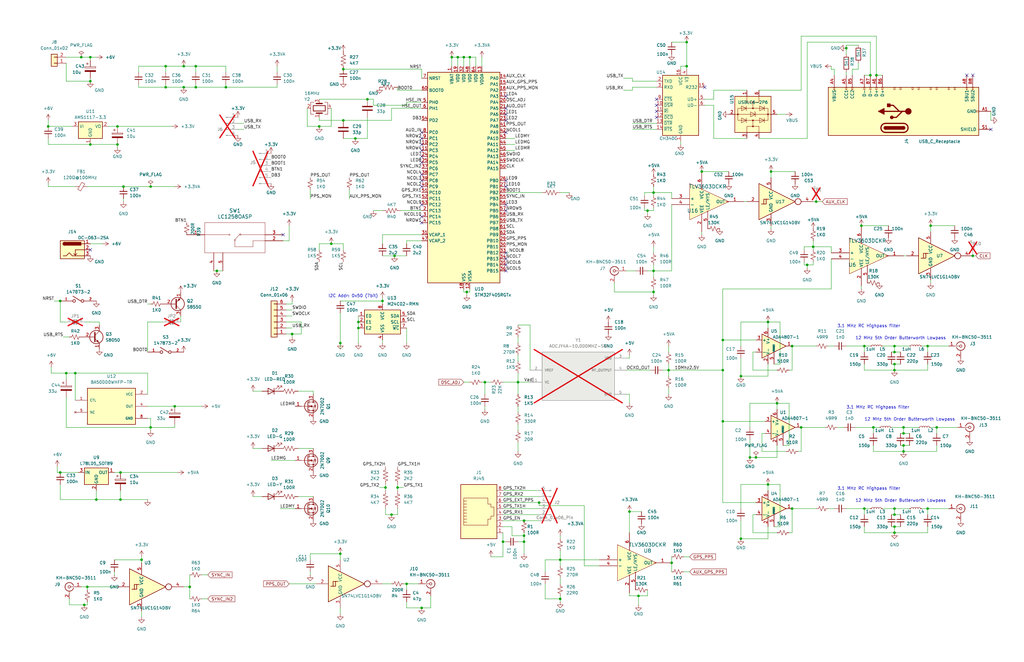
<source format=kicad_sch>
(kicad_sch (version 20230121) (generator eeschema)
  (paper "B")
  (title_block (title "Clock") (date "2023-11-14") (rev "V8") (company "Cullen Jennings"))
  (junction (at 151.13 135.89))
  (junction (at 220.98 226.06))
  (junction (at 77.47 27.94))
  (junction (at 392.43 95.25))
  (junction (at 377.19 222.25))
  (junction (at 275.59 81.28))
  (junction (at 151.13 138.43))
  (junction (at 391.16 214.63))
  (junction (at 49.53 60.96))
  (junction (at 38.1 34.29))
  (junction (at 377.19 156.21))
  (junction (at 323.85 204.47))
  (junction (at 193.04 24.13))
  (junction (at 154.94 41.91))
  (junction (at 337.82 180.34))
  (junction (at 227.33 212.09))
  (junction (at 144.78 50.8))
  (junction (at 220.98 228.6))
  (junction (at 27.94 157.48))
  (junction (at 149.86 58.42))
  (junction (at 139.7 102.87))
  (junction (at 381 180.34))
  (junction (at 273.05 88.9))
  (junction (at 167.64 205.74))
  (junction (at 144.78 29.21))
  (junction (at 318.77 193.04))
  (junction (at 220.98 219.71))
  (junction (at 69.85 36.83))
  (junction (at 340.36 111.76))
  (junction (at 312.42 158.75))
  (junction (at 63.5 78.74))
  (junction (at 91.44 114.3))
  (junction (at 134.62 53.34))
  (junction (at 77.47 36.83))
  (junction (at 143.51 144.78))
  (junction (at 364.49 146.05))
  (junction (at 377.19 153.67))
  (junction (at 304.8 177.8))
  (junction (at 69.85 27.94))
  (junction (at 367.03 31.75))
  (junction (at 316.23 193.04))
  (junction (at 50.8 210.82))
  (junction (at 165.1 217.17))
  (junction (at 381 190.5))
  (junction (at 369.57 31.75))
  (junction (at 218.44 161.29))
  (junction (at 377.19 146.05))
  (junction (at 275.59 123.19))
  (junction (at 212.09 228.6))
  (junction (at 410.21 107.95))
  (junction (at 59.69 236.22))
  (junction (at 236.22 236.22))
  (junction (at 377.19 224.79))
  (junction (at 40.64 210.82))
  (junction (at 368.3 180.34))
  (junction (at 381 182.88))
  (junction (at 334.01 214.63))
  (junction (at 82.55 27.94))
  (junction (at 82.55 36.83))
  (junction (at 25.4 127))
  (junction (at 342.9 104.14))
  (junction (at 204.47 161.29))
  (junction (at 265.43 215.9))
  (junction (at 143.51 233.68))
  (junction (at 304.8 143.51))
  (junction (at 377.19 217.17))
  (junction (at 364.49 214.63))
  (junction (at 283.21 237.49))
  (junction (at 20.32 53.34))
  (junction (at 25.4 199.39))
  (junction (at 73.66 171.45))
  (junction (at 312.42 227.33))
  (junction (at 95.25 36.83))
  (junction (at 377.19 214.63))
  (junction (at 49.53 53.34))
  (junction (at 63.5 180.34))
  (junction (at 295.91 72.39))
  (junction (at 80.01 247.65))
  (junction (at 323.85 135.89))
  (junction (at 289.56 17.78))
  (junction (at 289.56 27.94))
  (junction (at 195.58 24.13))
  (junction (at 31.75 157.48))
  (junction (at 162.56 205.74))
  (junction (at 394.97 180.34))
  (junction (at 38.1 24.13))
  (junction (at 325.12 72.39))
  (junction (at 381 187.96))
  (junction (at 377.19 148.59))
  (junction (at 275.59 114.3))
  (junction (at 34.29 24.13))
  (junction (at 50.8 199.39))
  (junction (at 198.12 24.13))
  (junction (at 52.07 78.74))
  (junction (at 190.5 24.13))
  (junction (at 344.17 85.09))
  (junction (at 269.24 251.46))
  (junction (at 236.22 252.73))
  (junction (at 356.87 20.32))
  (junction (at 281.94 156.21))
  (junction (at 363.22 95.25))
  (junction (at 166.37 107.95))
  (junction (at 161.29 127))
  (junction (at 327.66 170.18))
  (junction (at 196.85 123.19))
  (junction (at 304.8 156.21))
  (junction (at 177.8 256.54))
  (junction (at 391.16 146.05))
  (junction (at 123.19 140.97))
  (junction (at 38.1 60.96))
  (junction (at 35.56 255.27))
  (junction (at 36.83 247.65))
  (junction (at 334.01 146.05))
  (junction (at 171.45 246.38))
  (no_connect (at 417.83 54.61))
  (no_connect (at 213.36 114.3))
  (no_connect (at 213.36 45.72))
  (no_connect (at 213.36 109.22))
  (no_connect (at 213.36 86.36))
  (no_connect (at 38.1 105.41))
  (no_connect (at 410.21 31.75))
  (no_connect (at 276.86 44.45))
  (no_connect (at 177.8 66.04))
  (no_connect (at 213.36 88.9))
  (no_connect (at 119.38 99.06))
  (no_connect (at 213.36 106.68))
  (no_connect (at 177.8 76.2))
  (no_connect (at 177.8 58.42))
  (no_connect (at 213.36 48.26))
  (no_connect (at 177.8 68.58))
  (no_connect (at 213.36 111.76))
  (no_connect (at 297.18 36.83))
  (no_connect (at 213.36 55.88))
  (no_connect (at 177.8 93.98))
  (no_connect (at 177.8 55.88))
  (no_connect (at 177.8 86.36))
  (no_connect (at 213.36 78.74))
  (no_connect (at 213.36 76.2))
  (no_connect (at 213.36 50.8))
  (no_connect (at 276.86 41.91))
  (no_connect (at 177.8 63.5))
  (no_connect (at 407.67 31.75))
  (no_connect (at 213.36 40.64))
  (no_connect (at 276.86 46.99))
  (no_connect (at 276.86 49.53))
  (no_connect (at 177.8 78.74))
  (no_connect (at 177.8 73.66))
  (no_connect (at 177.8 60.96))
  (no_connect (at 177.8 91.44))
  (wire (pts (xy 22.86 127) (xy 25.4 127)))
  (wire (pts (xy 38.1 33.02) (xy 38.1 34.29)))
  (wire (pts (xy 58.42 27.94) (xy 69.85 27.94)))
  (wire (pts (xy 353.06 180.34) (xy 355.6 180.34)))
  (wire (pts (xy 116.84 27.94) (xy 116.84 30.48)))
  (wire (pts (xy 236.22 81.28) (xy 240.03 81.28)))
  (wire (pts (xy 275.59 81.28) (xy 283.21 81.28)))
  (wire (pts (xy 364.49 153.67) (xy 364.49 156.21)))
  (wire (pts (xy 48.26 236.22) (xy 59.69 236.22)))
  (wire (pts (xy 271.78 87.63) (xy 271.78 88.9)))
  (wire (pts (xy 281.94 153.67) (xy 281.94 156.21)))
  (wire (pts (xy 283.21 234.95) (xy 283.21 237.49)))
  (wire (pts (xy 161.29 127) (xy 161.29 128.27)))
  (wire (pts (xy 203.2 24.13) (xy 203.2 27.94)))
  (wire (pts (xy 167.64 38.1) (xy 167.64 36.83)))
  (wire (pts (xy 95.25 27.94) (xy 82.55 27.94)))
  (wire (pts (xy 323.85 158.75) (xy 323.85 153.67)))
  (wire (pts (xy 167.64 217.17) (xy 165.1 217.17)))
  (wire (pts (xy 356.87 214.63) (xy 364.49 214.63)))
  (wire (pts (xy 165.1 45.72) (xy 177.8 45.72)))
  (wire (pts (xy 62.23 171.45) (xy 73.66 171.45)))
  (wire (pts (xy 162.56 204.47) (xy 162.56 205.74)))
  (wire (pts (xy 45.72 53.34) (xy 49.53 53.34)))
  (wire (pts (xy 49.53 60.96) (xy 49.53 62.23)))
  (wire (pts (xy 273.05 251.46) (xy 273.05 248.92)))
  (wire (pts (xy 325.12 72.39) (xy 335.28 72.39)))
  (wire (pts (xy 265.43 251.46) (xy 269.24 251.46)))
  (wire (pts (xy 171.45 138.43) (xy 171.45 144.78)))
  (wire (pts (xy 391.16 146.05) (xy 400.05 146.05)))
  (wire (pts (xy 323.85 135.89) (xy 323.85 138.43)))
  (wire (pts (xy 342.9 110.49) (xy 342.9 111.76)))
  (wire (pts (xy 129.54 53.34) (xy 134.62 53.34)))
  (wire (pts (xy 275.59 114.3) (xy 283.21 114.3)))
  (wire (pts (xy 217.17 60.96) (xy 213.36 60.96)))
  (wire (pts (xy 69.85 27.94) (xy 77.47 27.94)))
  (wire (pts (xy 27.94 34.29) (xy 38.1 34.29)))
  (wire (pts (xy 207.01 234.95) (xy 212.09 234.95)))
  (wire (pts (xy 125.73 209.55) (xy 132.08 209.55)))
  (wire (pts (xy 227.33 212.09) (xy 227.33 213.36)))
  (wire (pts (xy 212.09 228.6) (xy 212.09 224.79)))
  (wire (pts (xy 379.73 187.96) (xy 381 187.96)))
  (wire (pts (xy 236.22 243.84) (xy 236.22 246.38)))
  (wire (pts (xy 379.73 153.67) (xy 377.19 153.67)))
  (wire (pts (xy 332.74 224.79) (xy 334.01 224.79)))
  (wire (pts (xy 316.23 170.18) (xy 327.66 170.18)))
  (wire (pts (xy 342.9 104.14) (xy 350.52 104.14)))
  (wire (pts (xy 127 135.89) (xy 127 140.97)))
  (wire (pts (xy 120.65 133.35) (xy 123.19 133.35)))
  (wire (pts (xy 340.36 111.76) (xy 342.9 111.76)))
  (wire (pts (xy 304.8 156.21) (xy 304.8 177.8)))
  (wire (pts (xy 49.53 53.34) (xy 72.39 53.34)))
  (wire (pts (xy 295.91 97.79) (xy 295.91 99.06)))
  (wire (pts (xy 339.09 104.14) (xy 342.9 104.14)))
  (wire (pts (xy 95.25 30.48) (xy 95.25 27.94)))
  (wire (pts (xy 121.92 246.38) (xy 133.35 246.38)))
  (wire (pts (xy 25.4 135.89) (xy 25.4 127)))
  (wire (pts (xy 167.64 204.47) (xy 167.64 205.74)))
  (wire (pts (xy 106.68 209.55) (xy 110.49 209.55)))
  (wire (pts (xy 214.63 106.68) (xy 213.36 106.68)))
  (wire (pts (xy 29.21 255.27) (xy 35.56 255.27)))
  (wire (pts (xy 143.51 233.68) (xy 143.51 236.22)))
  (wire (pts (xy 212.09 161.29) (xy 218.44 161.29)))
  (wire (pts (xy 344.17 85.09) (xy 346.71 85.09)))
  (wire (pts (xy 276.86 54.61) (xy 266.7 54.61)))
  (wire (pts (xy 417.83 50.8) (xy 417.83 46.99)))
  (wire (pts (xy 334.01 146.05) (xy 344.17 146.05)))
  (wire (pts (xy 265.43 149.86) (xy 265.43 151.13)))
  (wire (pts (xy 100.33 54.61) (xy 102.87 54.61)))
  (wire (pts (xy 275.59 111.76) (xy 275.59 114.3)))
  (wire (pts (xy 325.12 72.39) (xy 325.12 74.93)))
  (wire (pts (xy 120.65 138.43) (xy 123.19 138.43)))
  (wire (pts (xy 377.19 153.67) (xy 377.19 156.21)))
  (wire (pts (xy 337.82 190.5) (xy 337.82 180.34)))
  (wire (pts (xy 123.19 140.97) (xy 123.19 142.24)))
  (wire (pts (xy 312.42 146.05) (xy 312.42 135.89)))
  (wire (pts (xy 171.45 254) (xy 171.45 256.54)))
  (wire (pts (xy 281.94 156.21) (xy 304.8 156.21)))
  (wire (pts (xy 85.09 242.57) (xy 87.63 242.57)))
  (wire (pts (xy 27.94 167.64) (xy 27.94 180.34)))
  (wire (pts (xy 220.98 226.06) (xy 220.98 228.6)))
  (wire (pts (xy 300.99 41.91) (xy 297.18 41.91)))
  (wire (pts (xy 220.98 224.79) (xy 220.98 226.06)))
  (wire (pts (xy 370.84 180.34) (xy 368.3 180.34)))
  (wire (pts (xy 143.51 127) (xy 161.29 127)))
  (wire (pts (xy 262.89 38.1) (xy 266.7 38.1)))
  (wire (pts (xy 350.52 109.22) (xy 350.52 121.92)))
  (wire (pts (xy 181.61 256.54) (xy 177.8 256.54)))
  (wire (pts (xy 134.62 41.91) (xy 154.94 41.91)))
  (wire (pts (xy 167.64 205.74) (xy 167.64 207.01)))
  (wire (pts (xy 144.78 29.21) (xy 177.8 29.21)))
  (wire (pts (xy 279.4 156.21) (xy 281.94 156.21)))
  (wire (pts (xy 304.8 177.8) (xy 322.58 177.8)))
  (wire (pts (xy 171.45 44.45) (xy 171.45 43.18)))
  (wire (pts (xy 165.1 45.72) (xy 165.1 50.8)))
  (wire (pts (xy 271.78 81.28) (xy 275.59 81.28)))
  (wire (pts (xy 132.08 165.1) (xy 132.08 166.37)))
  (wire (pts (xy 50.8 199.39) (xy 74.93 199.39)))
  (wire (pts (xy 27.94 26.67) (xy 27.94 34.29)))
  (wire (pts (xy 295.91 72.39) (xy 307.34 72.39)))
  (wire (pts (xy 58.42 36.83) (xy 69.85 36.83)))
  (wire (pts (xy 273.05 114.3) (xy 275.59 114.3)))
  (wire (pts (xy 394.97 180.34) (xy 394.97 182.88)))
  (wire (pts (xy 147.32 80.01) (xy 147.32 83.82)))
  (wire (pts (xy 177.8 101.6) (xy 171.45 101.6)))
  (wire (pts (xy 165.1 50.8) (xy 144.78 50.8)))
  (wire (pts (xy 289.56 27.94) (xy 287.02 27.94)))
  (wire (pts (xy 264.16 166.37) (xy 265.43 166.37)))
  (wire (pts (xy 276.86 34.29) (xy 266.7 34.29)))
  (wire (pts (xy 379.73 182.88) (xy 381 182.88)))
  (wire (pts (xy 25.4 199.39) (xy 24.13 199.39)))
  (wire (pts (xy 394.97 187.96) (xy 394.97 190.5)))
  (wire (pts (xy 161.29 99.06) (xy 177.8 99.06)))
  (wire (pts (xy 236.22 252.73) (xy 236.22 254)))
  (wire (pts (xy 52.07 83.82) (xy 52.07 85.09)))
  (wire (pts (xy 312.42 158.75) (xy 323.85 158.75)))
  (wire (pts (xy 326.39 222.25) (xy 328.93 222.25)))
  (wire (pts (xy 381 107.95) (xy 382.27 107.95)))
  (wire (pts (xy 236.22 226.06) (xy 236.22 227.33)))
  (wire (pts (xy 218.44 171.45) (xy 218.44 173.99)))
  (wire (pts (xy 196.85 124.46) (xy 196.85 123.19)))
  (wire (pts (xy 63.5 181.61) (xy 63.5 180.34)))
  (wire (pts (xy 154.94 49.53) (xy 154.94 58.42)))
  (wire (pts (xy 321.31 182.88) (xy 322.58 182.88)))
  (wire (pts (xy 167.64 214.63) (xy 167.64 217.17)))
  (wire (pts (xy 198.12 24.13) (xy 200.66 24.13)))
  (wire (pts (xy 36.83 78.74) (xy 52.07 78.74)))
  (wire (pts (xy 275.59 78.74) (xy 275.59 81.28)))
  (wire (pts (xy 368.3 180.34) (xy 368.3 182.88)))
  (wire (pts (xy 363.22 120.65) (xy 363.22 121.92)))
  (wire (pts (xy 129.54 45.72) (xy 129.54 53.34)))
  (wire (pts (xy 327.66 156.21) (xy 317.5 156.21)))
  (wire (pts (xy 275.59 87.63) (xy 275.59 88.9)))
  (wire (pts (xy 34.29 247.65) (xy 36.83 247.65)))
  (wire (pts (xy 198.12 121.92) (xy 198.12 123.19)))
  (wire (pts (xy 27.94 157.48) (xy 31.75 157.48)))
  (wire (pts (xy 85.09 252.73) (xy 87.63 252.73)))
  (wire (pts (xy 350.52 27.94) (xy 350.52 29.21)))
  (wire (pts (xy 246.38 238.76) (xy 246.38 213.36)))
  (wire (pts (xy 356.87 22.86) (xy 356.87 20.32)))
  (wire (pts (xy 195.58 161.29) (xy 198.12 161.29)))
  (wire (pts (xy 300.99 38.1) (xy 300.99 41.91)))
  (wire (pts (xy 27.94 135.89) (xy 25.4 135.89)))
  (wire (pts (xy 276.86 52.07) (xy 266.7 52.07)))
  (wire (pts (xy 161.29 246.38) (xy 165.1 246.38)))
  (wire (pts (xy 120.65 128.27) (xy 123.19 128.27)))
  (wire (pts (xy 123.19 128.27) (xy 123.19 127)))
  (wire (pts (xy 377.19 222.25) (xy 377.19 224.79)))
  (wire (pts (xy 41.91 135.89) (xy 41.91 137.16)))
  (wire (pts (xy 130.81 233.68) (xy 143.51 233.68)))
  (wire (pts (xy 229.87 241.3) (xy 229.87 236.22)))
  (wire (pts (xy 316.23 185.42) (xy 316.23 193.04)))
  (wire (pts (xy 204.47 161.29) (xy 204.47 166.37)))
  (wire (pts (xy 21.59 154.94) (xy 21.59 157.48)))
  (wire (pts (xy 269.24 251.46) (xy 269.24 255.27)))
  (wire (pts (xy 356.87 19.05) (xy 356.87 20.32)))
  (wire (pts (xy 327.66 193.04) (xy 327.66 187.96)))
  (wire (pts (xy 364.49 224.79) (xy 377.19 224.79)))
  (wire (pts (xy 27.94 180.34) (xy 63.5 180.34)))
  (wire (pts (xy 170.18 205.74) (xy 167.64 205.74)))
  (wire (pts (xy 321.31 190.5) (xy 321.31 182.88)))
  (wire (pts (xy 121.92 95.25) (xy 121.92 101.6)))
  (wire (pts (xy 410.21 107.95) (xy 411.48 107.95)))
  (wire (pts (xy 340.36 58.42) (xy 340.36 17.78)))
  (wire (pts (xy 171.45 101.6) (xy 171.45 102.87)))
  (wire (pts (xy 218.44 228.6) (xy 220.98 228.6)))
  (wire (pts (xy 151.13 138.43) (xy 151.13 144.78)))
  (wire (pts (xy 212.09 214.63) (xy 227.33 214.63)))
  (wire (pts (xy 337.82 38.1) (xy 337.82 15.24)))
  (wire (pts (xy 36.83 247.65) (xy 36.83 248.92)))
  (wire (pts (xy 227.33 219.71) (xy 220.98 219.71)))
  (wire (pts (xy 114.3 194.31) (xy 124.46 194.31)))
  (wire (pts (xy 316.23 193.04) (xy 318.77 193.04)))
  (wire (pts (xy 215.9 222.25) (xy 215.9 226.06)))
  (wire (pts (xy 154.94 41.91) (xy 157.48 41.91)))
  (wire (pts (xy 391.16 156.21) (xy 377.19 156.21)))
  (wire (pts (xy 168.91 88.9) (xy 177.8 88.9)))
  (wire (pts (xy 134.62 50.8) (xy 144.78 50.8)))
  (wire (pts (xy 312.42 135.89) (xy 323.85 135.89)))
  (wire (pts (xy 334.01 224.79) (xy 334.01 214.63)))
  (wire (pts (xy 275.59 123.19) (xy 275.59 124.46)))
  (wire (pts (xy 377.19 146.05) (xy 377.19 148.59)))
  (wire (pts (xy 229.87 246.38) (xy 229.87 252.73)))
  (wire (pts (xy 281.94 163.83) (xy 281.94 166.37)))
  (wire (pts (xy 134.62 102.87) (xy 139.7 102.87)))
  (wire (pts (xy 177.8 33.02) (xy 177.8 29.21)))
  (wire (pts (xy 317.5 224.79) (xy 317.5 217.17)))
  (wire (pts (xy 218.44 157.48) (xy 218.44 161.29)))
  (wire (pts (xy 276.86 36.83) (xy 266.7 36.83)))
  (wire (pts (xy 48.26 199.39) (xy 50.8 199.39)))
  (wire (pts (xy 391.16 224.79) (xy 377.19 224.79)))
  (wire (pts (xy 52.07 78.74) (xy 63.5 78.74)))
  (wire (pts (xy 259.08 119.38) (xy 259.08 123.19)))
  (wire (pts (xy 229.87 252.73) (xy 236.22 252.73)))
  (wire (pts (xy 328.93 222.25) (xy 328.93 204.47)))
  (wire (pts (xy 62.23 135.89) (xy 62.23 148.59)))
  (wire (pts (xy 391.16 222.25) (xy 391.16 224.79)))
  (wire (pts (xy 20.32 53.34) (xy 30.48 53.34)))
  (wire (pts (xy 130.81 241.3) (xy 130.81 242.57)))
  (wire (pts (xy 213.36 81.28) (xy 228.6 81.28)))
  (wire (pts (xy 190.5 24.13) (xy 193.04 24.13)))
  (wire (pts (xy 349.25 214.63) (xy 351.79 214.63)))
  (wire (pts (xy 38.1 102.87) (xy 43.18 102.87)))
  (wire (pts (xy 375.92 180.34) (xy 381 180.34)))
  (wire (pts (xy 337.82 15.24) (xy 369.57 15.24)))
  (wire (pts (xy 76.2 133.35) (xy 76.2 135.89)))
  (wire (pts (xy 252.73 238.76) (xy 246.38 238.76)))
  (wire (pts (xy 342.9 85.09) (xy 344.17 85.09)))
  (wire (pts (xy 26.67 142.24) (xy 29.21 142.24)))
  (wire (pts (xy 130.81 236.22) (xy 130.81 233.68)))
  (wire (pts (xy 69.85 35.56) (xy 69.85 36.83)))
  (wire (pts (xy 383.54 187.96) (xy 381 187.96)))
  (wire (pts (xy 381 180.34) (xy 381 182.88)))
  (wire (pts (xy 198.12 123.19) (xy 196.85 123.19)))
  (wire (pts (xy 351.79 29.21) (xy 351.79 31.75)))
  (wire (pts (xy 317.5 156.21) (xy 317.5 148.59)))
  (wire (pts (xy 312.42 214.63) (xy 312.42 204.47)))
  (wire (pts (xy 90.17 114.3) (xy 91.44 114.3)))
  (wire (pts (xy 196.85 123.19) (xy 195.58 123.19)))
  (wire (pts (xy 73.66 180.34) (xy 73.66 179.07)))
  (wire (pts (xy 35.56 135.89) (xy 41.91 135.89)))
  (wire (pts (xy 367.03 146.05) (xy 364.49 146.05)))
  (wire (pts (xy 218.44 161.29) (xy 223.52 161.29)))
  (wire (pts (xy 36.83 255.27) (xy 35.56 255.27)))
  (wire (pts (xy 391.16 153.67) (xy 391.16 156.21)))
  (wire (pts (xy 127 140.97) (xy 123.19 140.97)))
  (wire (pts (xy 313.69 85.09) (xy 314.96 85.09)))
  (wire (pts (xy 331.47 190.5) (xy 321.31 190.5)))
  (wire (pts (xy 143.51 144.78) (xy 143.51 132.08)))
  (wire (pts (xy 391.16 146.05) (xy 391.16 148.59)))
  (wire (pts (xy 25.4 210.82) (xy 40.64 210.82)))
  (wire (pts (xy 283.21 81.28) (xy 283.21 83.82)))
  (wire (pts (xy 21.59 157.48) (xy 27.94 157.48)))
  (wire (pts (xy 326.39 153.67) (xy 328.93 153.67)))
  (wire (pts (xy 34.29 24.13) (xy 38.1 24.13)))
  (wire (pts (xy 220.98 228.6) (xy 220.98 233.68)))
  (wire (pts (xy 372.11 214.63) (xy 377.19 214.63)))
  (wire (pts (xy 223.52 156.21) (xy 223.52 137.16)))
  (wire (pts (xy 69.85 36.83) (xy 77.47 36.83)))
  (wire (pts (xy 318.77 212.09) (xy 304.8 212.09)))
  (wire (pts (xy 317.5 217.17) (xy 318.77 217.17)))
  (wire (pts (xy 59.69 257.81) (xy 59.69 260.35)))
  (wire (pts (xy 392.43 95.25) (xy 392.43 97.79)))
  (wire (pts (xy 317.5 148.59) (xy 318.77 148.59)))
  (wire (pts (xy 271.78 82.55) (xy 271.78 81.28)))
  (wire (pts (xy 328.93 153.67) (xy 328.93 135.89)))
  (wire (pts (xy 337.82 180.34) (xy 347.98 180.34)))
  (wire (pts (xy 217.17 63.5) (xy 213.36 63.5)))
  (wire (pts (xy 134.62 53.34) (xy 139.7 53.34)))
  (wire (pts (xy 212.09 207.01) (xy 227.33 207.01)))
  (wire (pts (xy 289.56 17.78) (xy 289.56 27.94)))
  (wire (pts (xy 392.43 118.11) (xy 392.43 119.38)))
  (wire (pts (xy 38.1 24.13) (xy 38.1 25.4)))
  (wire (pts (xy 359.41 29.21) (xy 359.41 31.75)))
  (wire (pts (xy 312.42 219.71) (xy 312.42 227.33)))
  (wire (pts (xy 320.04 38.1) (xy 337.82 38.1)))
  (wire (pts (xy 369.57 15.24) (xy 369.57 31.75)))
  (wire (pts (xy 161.29 125.73) (xy 161.29 127)))
  (wire (pts (xy 266.7 38.1) (xy 266.7 36.83)))
  (wire (pts (xy 273.05 88.9) (xy 271.78 88.9)))
  (wire (pts (xy 327.66 48.26) (xy 331.47 48.26)))
  (wire (pts (xy 134.62 105.41) (xy 134.62 102.87)))
  (wire (pts (xy 106.68 165.1) (xy 110.49 165.1)))
  (wire (pts (xy 283.21 237.49) (xy 283.21 241.3)))
  (wire (pts (xy 364.49 156.21) (xy 377.19 156.21)))
  (wire (pts (xy 265.43 166.37) (xy 265.43 170.18)))
  (wire (pts (xy 281.94 146.05) (xy 281.94 148.59)))
  (wire (pts (xy 368.3 187.96) (xy 368.3 190.5)))
  (wire (pts (xy 323.85 204.47) (xy 323.85 207.01)))
  (wire (pts (xy 388.62 146.05) (xy 391.16 146.05)))
  (wire (pts (xy 340.36 111.76) (xy 339.09 111.76)))
  (wire (pts (xy 82.55 27.94) (xy 82.55 30.48)))
  (wire (pts (xy 77.47 247.65) (xy 80.01 247.65)))
  (wire (pts (xy 162.56 214.63) (xy 162.56 217.17)))
  (wire (pts (xy 95.25 35.56) (xy 95.25 36.83)))
  (wire (pts (xy 312.42 227.33) (xy 323.85 227.33)))
  (wire (pts (xy 59.69 234.95) (xy 59.69 236.22)))
  (wire (pts (xy 63.5 176.53) (xy 63.5 180.34)))
  (wire (pts (xy 388.62 214.63) (xy 391.16 214.63)))
  (wire (pts (xy 68.58 135.89) (xy 62.23 135.89)))
  (wire (pts (xy 283.21 86.36) (xy 283.21 114.3)))
  (wire (pts (xy 73.66 171.45) (xy 85.09 171.45)))
  (wire (pts (xy 265.43 215.9) (xy 270.51 215.9)))
  (wire (pts (xy 40.64 207.01) (xy 40.64 210.82)))
  (wire (pts (xy 20.32 78.74) (xy 31.75 78.74)))
  (wire (pts (xy 266.7 33.02) (xy 266.7 34.29)))
  (wire (pts (xy 31.75 168.91) (xy 31.75 157.48)))
  (wire (pts (xy 218.44 186.69) (xy 218.44 190.5)))
  (wire (pts (xy 25.4 199.39) (xy 33.02 199.39)))
  (wire (pts (xy 349.25 146.05) (xy 351.79 146.05)))
  (wire (pts (xy 320.04 58.42) (xy 340.36 58.42)))
  (wire (pts (xy 100.33 52.07) (xy 102.87 52.07)))
  (wire (pts (xy 212.09 212.09) (xy 227.33 212.09)))
  (wire (pts (xy 391.16 214.63) (xy 400.05 214.63)))
  (wire (pts (xy 59.69 236.22) (xy 59.69 237.49)))
  (wire (pts (xy 356.87 30.48) (xy 356.87 31.75)))
  (wire (pts (xy 340.36 17.78) (xy 367.03 17.78)))
  (wire (pts (xy 363.22 95.25) (xy 374.65 95.25)))
  (wire (pts (xy 367.03 17.78) (xy 367.03 31.75)))
  (wire (pts (xy 120.65 130.81) (xy 123.19 130.81)))
  (wire (pts (xy 304.8 121.92) (xy 304.8 143.51)))
  (wire (pts (xy 121.92 101.6) (xy 119.38 101.6)))
  (wire (pts (xy 356.87 146.05) (xy 364.49 146.05)))
  (wire (pts (xy 212.09 222.25) (xy 215.9 222.25)))
  (wire (pts (xy 236.22 251.46) (xy 236.22 252.73)))
  (wire (pts (xy 275.59 82.55) (xy 275.59 81.28)))
  (wire (pts (xy 160.02 205.74) (xy 162.56 205.74)))
  (wire (pts (xy 106.68 189.23) (xy 110.49 189.23)))
  (wire (pts (xy 394.97 190.5) (xy 381 190.5)))
  (wire (pts (xy 80.01 247.65) (xy 80.01 252.73)))
  (wire (pts (xy 20.32 50.8) (xy 20.32 53.34)))
  (wire (pts (xy 195.58 123.19) (xy 195.58 121.92)))
  (wire (pts (xy 116.84 35.56) (xy 116.84 36.83)))
  (wire (pts (xy 332.74 156.21) (xy 334.01 156.21)))
  (wire (pts (xy 27.94 160.02) (xy 27.94 157.48)))
  (wire (pts (xy 212.09 209.55) (xy 227.33 209.55)))
  (wire (pts (xy 36.83 247.65) (xy 49.53 247.65)))
  (wire (pts (xy 391.16 214.63) (xy 391.16 217.17)))
  (wire (pts (xy 62.23 128.27) (xy 63.5 128.27)))
  (wire (pts (xy 69.85 27.94) (xy 69.85 30.48)))
  (wire (pts (xy 361.95 19.05) (xy 356.87 19.05)))
  (wire (pts (xy 273.05 88.9) (xy 275.59 88.9)))
  (wire (pts (xy 330.2 187.96) (xy 332.74 187.96)))
  (wire (pts (xy 63.5 176.53) (xy 62.23 176.53)))
  (wire (pts (xy 144.78 102.87) (xy 139.7 102.87)))
  (wire (pts (xy 394.97 180.34) (xy 403.86 180.34)))
  (wire (pts (xy 264.16 151.13) (xy 265.43 151.13)))
  (wire (pts (xy 381 187.96) (xy 381 190.5)))
  (wire (pts (xy 204.47 161.29) (xy 207.01 161.29)))
  (wire (pts (xy 304.8 143.51) (xy 318.77 143.51)))
  (wire (pts (xy 318.77 193.04) (xy 327.66 193.04)))
  (wire (pts (xy 25.4 204.47) (xy 25.4 210.82)))
  (wire (pts (xy 50.8 207.01) (xy 50.8 210.82)))
  (wire (pts (xy 63.5 78.74) (xy 73.66 78.74)))
  (wire (pts (xy 162.56 205.74) (xy 162.56 207.01)))
  (wire (pts (xy 334.01 214.63) (xy 344.17 214.63)))
  (wire (pts (xy 223.52 137.16) (xy 218.44 137.16)))
  (wire (pts (xy 379.73 222.25) (xy 377.19 222.25)))
  (wire (pts (xy 50.8 210.82) (xy 40.64 210.82)))
  (wire (pts (xy 297.18 44.45) (xy 300.99 44.45)))
  (wire (pts (xy 350.52 29.21) (xy 351.79 29.21)))
  (wire (pts (xy 125.73 165.1) (xy 132.08 165.1)))
  (wire (pts (xy 151.13 135.89) (xy 151.13 138.43)))
  (wire (pts (xy 20.32 58.42) (xy 20.32 60.96)))
  (wire (pts (xy 120.65 135.89) (xy 127 135.89)))
  (wire (pts (xy 325.12 95.25) (xy 325.12 96.52)))
  (wire (pts (xy 264.16 156.21) (xy 274.32 156.21)))
  (wire (pts (xy 377.19 214.63) (xy 383.54 214.63)))
  (wire (pts (xy 269.24 251.46) (xy 273.05 251.46)))
  (wire (pts (xy 236.22 236.22) (xy 236.22 238.76)))
  (wire (pts (xy 143.51 256.54) (xy 143.51 259.08)))
  (wire (pts (xy 372.11 146.05) (xy 377.19 146.05)))
  (wire (pts (xy 193.04 24.13) (xy 193.04 27.94)))
  (wire (pts (xy 171.45 43.18) (xy 177.8 43.18)))
  (wire (pts (xy 364.49 214.63) (xy 364.49 217.17)))
  (wire (pts (xy 289.56 17.78) (xy 283.21 17.78)))
  (wire (pts (xy 212.09 219.71) (xy 220.98 219.71)))
  (wire (pts (xy 273.05 88.9) (xy 273.05 90.17)))
  (wire (pts (xy 392.43 180.34) (xy 394.97 180.34)))
  (wire (pts (xy 334.01 156.21) (xy 334.01 146.05)))
  (wire (pts (xy 336.55 190.5) (xy 337.82 190.5)))
  (wire (pts (xy 367.03 214.63) (xy 364.49 214.63)))
  (wire (pts (xy 361.95 29.21) (xy 359.41 29.21)))
  (wire (pts (xy 316.23 180.34) (xy 316.23 170.18)))
  (wire (pts (xy 143.51 147.32) (xy 143.51 144.78)))
  (wire (pts (xy 275.59 121.92) (xy 275.59 123.19)))
  (wire (pts (xy 171.45 246.38) (xy 171.45 248.92)))
  (wire (pts (xy 218.44 142.24) (xy 218.44 144.78)))
  (wire (pts (xy 161.29 143.51) (xy 161.29 144.78)))
  (wire (pts (xy 314.96 38.1) (xy 300.99 38.1)))
  (wire (pts (xy 364.49 222.25) (xy 364.49 224.79)))
  (wire (pts (xy 38.1 60.96) (xy 49.53 60.96)))
  (wire (pts (xy 218.44 161.29) (xy 218.44 166.37)))
  (wire (pts (xy 339.09 105.41) (xy 339.09 104.14)))
  (wire (pts (xy 287.02 27.94) (xy 287.02 29.21)))
  (wire (pts (xy 360.68 180.34) (xy 368.3 180.34)))
  (wire (pts (xy 212.09 234.95) (xy 212.09 228.6)))
  (wire (pts (xy 392.43 95.25) (xy 402.59 95.25)))
  (wire (pts (xy 203.2 161.29) (xy 204.47 161.29)))
  (wire (pts (xy 161.29 107.95) (xy 166.37 107.95)))
  (wire (pts (xy 161.29 88.9) (xy 157.48 88.9)))
  (wire (pts (xy 367.03 31.75) (xy 364.49 31.75)))
  (wire (pts (xy 304.8 121.92) (xy 350.52 121.92)))
  (wire (pts (xy 144.78 58.42) (xy 149.86 58.42)))
  (wire (pts (xy 48.26 241.3) (xy 48.26 242.57)))
  (wire (pts (xy 328.93 135.89) (xy 323.85 135.89)))
  (wire (pts (xy 220.98 226.06) (xy 215.9 226.06)))
  (wire (pts (xy 259.08 123.19) (xy 275.59 123.19)))
  (wire (pts (xy 134.62 49.53) (xy 134.62 50.8)))
  (wire (pts (xy 323.85 227.33) (xy 323.85 222.25)))
  (wire (pts (xy 332.74 187.96) (xy 332.74 170.18)))
  (wire (pts (xy 265.43 215.9) (xy 265.43 224.79)))
  (wire (pts (xy 300.99 44.45) (xy 300.99 58.42)))
  (wire (pts (xy 281.94 156.21) (xy 281.94 158.75)))
  (wire (pts (xy 198.12 24.13) (xy 198.12 27.94)))
  (wire (pts (xy 217.17 58.42) (xy 213.36 58.42)))
  (wire (pts (xy 157.48 41.91) (xy 157.48 44.45)))
  (wire (pts (xy 80.01 242.57) (xy 80.01 247.65)))
  (wire (pts (xy 177.8 38.1) (xy 167.64 38.1)))
  (wire (pts (xy 312.42 151.13) (xy 312.42 158.75)))
  (wire (pts (xy 24.13 196.85) (xy 24.13 199.39)))
  (wire (pts (xy 377.19 217.17) (xy 379.73 217.17)))
  (wire (pts (xy 368.3 190.5) (xy 381 190.5)))
  (wire (pts (xy 218.44 179.07) (xy 218.44 181.61)))
  (wire (pts (xy 287.02 59.69) (xy 287.02 60.96)))
  (wire (pts (xy 130.81 80.01) (xy 130.81 83.82)))
  (wire (pts (xy 166.37 107.95) (xy 171.45 107.95)))
  (wire (pts (xy 375.92 222.25) (xy 377.19 222.25)))
  (wire (pts (xy 77.47 36.83) (xy 82.55 36.83)))
  (wire (pts (xy 304.8 156.21) (xy 304.8 143.51)))
  (wire (pts (xy 375.92 153.67) (xy 377.19 153.67)))
  (wire (pts (xy 377.19 148.59) (xy 379.73 148.59)))
  (wire (pts (xy 27.94 24.13) (xy 34.29 24.13)))
  (wire (pts (xy 177.8 256.54) (xy 171.45 256.54)))
  (wire (pts (xy 63.5 180.34) (xy 73.66 180.34)))
  (wire (pts (xy 275.59 114.3) (xy 275.59 116.84)))
  (wire (pts (xy 118.11 214.63) (xy 124.46 214.63)))
  (wire (pts (xy 31.75 157.48) (xy 62.23 157.48)))
  (wire (pts (xy 227.33 213.36) (xy 246.38 213.36)))
  (wire (pts (xy 312.42 204.47) (xy 323.85 204.47)))
  (wire (pts (xy 364.49 146.05) (xy 364.49 148.59)))
  (wire (pts (xy 236.22 236.22) (xy 252.73 236.22)))
  (wire (pts (xy 361.95 26.67) (xy 361.95 29.21)))
  (wire (pts (xy 162.56 217.17) (xy 165.1 217.17)))
  (wire (pts (xy 82.55 27.94) (xy 77.47 27.94)))
  (wire (pts (xy 350.52 104.14) (xy 350.52 106.68)))
  (wire (pts (xy 372.11 31.75) (xy 369.57 31.75)))
  (wire (pts (xy 40.64 24.13) (xy 38.1 24.13)))
  (wire (pts (xy 190.5 24.13) (xy 190.5 27.94)))
  (wire (pts (xy 229.87 236.22) (xy 236.22 236.22)))
  (wire (pts (xy 218.44 149.86) (xy 218.44 152.4)))
  (wire (pts (xy 327.66 224.79) (xy 317.5 224.79)))
  (wire (pts (xy 193.04 24.13) (xy 195.58 24.13)))
  (wire (pts (xy 236.22 232.41) (xy 236.22 236.22)))
  (wire (pts (xy 340.36 111.76) (xy 340.36 113.03)))
  (wire (pts (xy 36.83 254) (xy 36.83 255.27)))
  (wire (pts (xy 288.29 234.95) (xy 290.83 234.95)))
  (wire (pts (xy 375.92 217.17) (xy 377.19 217.17)))
  (wire (pts (xy 304.8 212.09) (xy 304.8 177.8)))
  (wire (pts (xy 342.9 105.41) (xy 342.9 104.14)))
  (wire (pts (xy 377.19 214.63) (xy 377.19 217.17)))
  (wire (pts (xy 264.16 114.3) (xy 267.97 114.3)))
  (wire (pts (xy 327.66 170.18) (xy 327.66 172.72)))
  (wire (pts (xy 144.78 105.41) (xy 144.78 102.87)))
  (wire (pts (xy 377.19 146.05) (xy 383.54 146.05)))
  (wire (pts (xy 381 182.88) (xy 383.54 182.88)))
  (wire (pts (xy 139.7 45.72) (xy 139.7 53.34)))
  (wire (pts (xy 262.89 33.02) (xy 266.7 33.02)))
  (wire (pts (xy 29.21 252.73) (xy 29.21 255.27)))
  (wire (pts (xy 171.45 246.38) (xy 176.53 246.38)))
  (wire (pts (xy 62.23 157.48) (xy 62.23 166.37)))
  (wire (pts (xy 58.42 30.48) (xy 58.42 27.94)))
  (wire (pts (xy 289.56 27.94) (xy 289.56 29.21)))
  (wire (pts (xy 288.29 241.3) (xy 290.83 241.3)))
  (wire (pts (xy 381 180.34) (xy 387.35 180.34)))
  (wire (pts (xy 151.13 133.35) (xy 151.13 135.89)))
  (wire (pts (xy 212.09 228.6) (xy 213.36 228.6)))
  (wire (pts (xy 212.09 217.17) (xy 227.33 217.17)))
  (wire (pts (xy 204.47 171.45) (xy 204.47 172.72)))
  (wire (pts (xy 300.99 58.42) (xy 314.96 58.42)))
  (wire (pts (xy 170.18 246.38) (xy 171.45 246.38)))
  (wire (pts (xy 157.48 44.45) (xy 171.45 44.45)))
  (wire (pts (xy 375.92 148.59) (xy 377.19 148.59)))
  (wire (pts (xy 339.09 110.49) (xy 339.09 111.76)))
  (wire (pts (xy 328.93 204.47) (xy 323.85 204.47)))
  (wire (pts (xy 332.74 170.18) (xy 327.66 170.18)))
  (wire (pts (xy 58.42 35.56) (xy 58.42 36.83)))
  (wire (pts (xy 275.59 104.14) (xy 275.59 106.68)))
  (wire (pts (xy 195.58 24.13) (xy 195.58 27.94)))
  (wire (pts (xy 20.32 77.47) (xy 20.32 78.74)))
  (wire (pts (xy 91.44 114.3) (xy 93.98 114.3)))
  (wire (pts (xy 342.9 101.6) (xy 342.9 104.14)))
  (wire (pts (xy 125.73 189.23) (xy 132.08 189.23)))
  (wire (pts (xy 265.43 250.19) (xy 265.43 251.46)))
  (wire (pts (xy 161.29 102.87) (xy 161.29 99.06)))
  (wire (pts (xy 62.23 210.82) (xy 50.8 210.82)))
  (wire (pts (xy 20.32 60.96) (xy 38.1 60.96)))
  (wire (pts (xy 195.58 24.13) (xy 198.12 24.13)))
  (wire (pts (xy 82.55 35.56) (xy 82.55 36.83)))
  (wire (pts (xy 200.66 27.94) (xy 200.66 24.13)))
  (wire (pts (xy 82.55 36.83) (xy 95.25 36.83)))
  (wire (pts (xy 120.65 140.97) (xy 123.19 140.97)))
  (wire (pts (xy 154.94 58.42) (xy 149.86 58.42)))
  (wire (pts (xy 95.25 36.83) (xy 116.84 36.83)))
  (wire (pts (xy 181.61 251.46) (xy 181.61 256.54)))
  (text "3.1 MHz RC Highpass filter" (at 356.87 172.72 0) (effects (font (size 1.27 1.27)) (justify left bottom)))
  (text "3.1 MHz RC Highpass filter" (at 353.06 138.43 0) (effects (font (size 1.27 1.27)) (justify left bottom)))
  (text "12 MHz 5th Order Butterworth Lowpass" (at 360.68 212.09 0) (effects (font (size 1.27 1.27)) (justify left bottom)))
  (text "12 MHz 5th Order Butterworth Lowpass" (at 364.49 177.8 0) (effects (font (size 1.27 1.27)) (justify left bottom)))
  (text "12 MHz 5th Order Butterworth Lowpass" (at 360.68 143.51 0) (effects (font (size 1.27 1.27)) (justify left bottom)))
  (text "3.1 MHz RC Highpass filter" (at 353.06 207.01 0) (effects (font (size 1.27 1.27)) (justify left bottom)))
  (text "I2C Addr: 0x50 (7bit)" (at 138.43 125.73 0) (effects (font (size 1.27 1.27)) (justify left bottom)))
  (label "AUX_GPS_PPS" (at 213.36 35.56 0))
  (label "SYNC_IN" (at 213.36 83.82 0))
  (label "NCOL7" (at 213.36 109.22 0))
  (label "DB3" (at 114.3 74.93 0))
  (label "AUX_PPS_MON" (at 213.36 38.1 0))
  (label "SDA" (at 134.62 110.49 270))
  (label "LEDMY" (at 118.11 214.63 0))
  (label "SDA" (at 213.36 99.06 0))
  (label "GPS_PPS" (at 213.36 101.6 0))
  (label "LED9" (at 213.36 76.2 0))
  (label "DB3" (at 177.8 50.8 180))
  (label "BOOT1" (at 213.36 81.28 0))
  (label "GPS_TX2H" (at 212.09 207.01 0))
  (label "SYNC_IN2" (at 177.8 71.12 180))
  (label "NROW1" (at 177.8 93.98 180))
  (label "GPS_EXT_PPS" (at 212.09 212.09 0))
  (label "USB_RX" (at 262.89 38.1 180))
  (label "SWDIO" (at 123.19 130.81 0))
  (label "GPS_RX1" (at 177.8 81.28 180))
  (label "NCOL10" (at 177.8 91.44 180))
  (label "BOOT1" (at 114.3 69.85 0))
  (label "NROW2" (at 177.8 58.42 180))
  (label "LEDMY" (at 217.17 58.42 0))
  (label "HSE_IN" (at 177.8 43.18 180))
  (label "OCXO_OUT" (at 264.16 156.21 0))
  (label "USB_TX" (at 262.89 33.02 180))
  (label "USB_RTS" (at 26.67 142.24 180))
  (label "10Mhz2.5V" (at 284.48 156.21 0))
  (label "LEDMR" (at 217.17 63.5 0))
  (label "USB_TX" (at 213.36 93.98 0))
  (label "NCOL6" (at 213.36 111.76 0))
  (label "AUX_CLK" (at 213.36 33.02 0))
  (label "NCOL5" (at 213.36 114.3 0))
  (label "USB_DTR" (at 266.7 52.07 0))
  (label "SCL" (at 171.45 135.89 0))
  (label "GPS_TX1H" (at 212.09 214.63 0))
  (label "NRST" (at 172.72 29.21 0))
  (label "SDA" (at 171.45 133.35 0))
  (label "SCL" (at 144.78 110.49 270))
  (label "BTN1" (at 114.3 72.39 0))
  (label "USB_RTS" (at 266.7 54.61 0))
  (label "LEDMG" (at 217.17 60.96 0))
  (label "BOOT0" (at 167.64 38.1 0))
  (label "USB_DTR" (at 62.23 128.27 180))
  (label "NCOL9" (at 177.8 86.36 180))
  (label "SWDCLK" (at 213.36 68.58 0))
  (label "BTN1" (at 78.74 93.98 180))
  (label "PPS_OUT" (at 130.81 74.93 0))
  (label "PPS_MON" (at 213.36 104.14 0))
  (label "NCOL4" (at 177.8 73.66 180))
  (label "USB_TX" (at 102.87 54.61 0))
  (label "NRST" (at 22.86 127 180))
  (label "NROW4" (at 177.8 63.5 180))
  (label "CLK" (at 213.36 71.12 0))
  (label "SWDIO" (at 213.36 66.04 0))
  (label "LEDMG" (at 114.3 194.31 0))
  (label "GPS_TX2" (at 160.02 205.74 180))
  (label "NCOL2" (at 177.8 78.74 180))
  (label "GPS_TX1" (at 177.8 83.82 180))
  (label "PPS_OUT" (at 147.32 74.93 0))
  (label "PPS_OUT" (at 213.36 53.34 0))
  (label "LED1" (at 213.36 48.26 0))
  (label "LED4" (at 213.36 40.64 0))
  (label "Vadj" (at 220.98 161.29 0))
  (label "USB_RX" (at 123.19 138.43 0))
  (label "GPS_TX1" (at 170.18 205.74 0))
  (label "USB_RX" (at 102.87 52.07 0))
  (label "LED8" (at 177.8 68.58 180))
  (label "GPS_TX1H" (at 167.64 196.85 0))
  (label "BTN1" (at 177.8 88.9 180))
  (label "NCOL8" (at 214.63 106.68 0))
  (label "PPS_MON" (at 130.81 83.82 0))
  (label "AUX_PPS_MON" (at 147.32 83.82 0))
  (label "LED3" (at 213.36 86.36 0))
  (label "USB_RX" (at 213.36 91.44 0))
  (label "AUD_IN" (at 177.8 55.88 180))
  (label "SCL" (at 213.36 96.52 0))
  (label "NCOL1" (at 213.36 55.88 0))
  (label "SWDCLK" (at 123.19 133.35 0))
  (label "LEDMR" (at 124.46 171.45 180))
  (label "GPS_EN" (at 212.09 219.71 0))
  (label "GPS_TX2H" (at 162.56 196.85 180))
  (label "GPS_RX2" (at 212.09 209.55 0))
  (label "GPS_RX1" (at 212.09 217.17 0))
  (label "HSE_OUT" (at 177.8 45.72 180))
  (label "BOOT0" (at 114.3 67.31 0))
  (label "LED10" (at 213.36 78.74 0))
  (label "NCOL3" (at 177.8 76.2 180))
  (label "NROW3" (at 177.8 60.96 180))
  (label "OSC_ADJ" (at 213.36 43.18 0))
  (label "LED2" (at 213.36 50.8 0))
  (label "NROW5" (at 213.36 88.9 0))
  (label "AUD_OUT" (at 213.36 45.72 0))
  (label "BOOT0" (at 62.23 148.59 180))
  (label "LED7" (at 177.8 66.04 180))
  (global_label "OSC_ADJ" (shape input) (at 195.58 161.29 180) (property "Intersheetrefs" "${INTERSHEET_REFS}" (effects hide)))
  (global_label "AUX_CLK" (shape input) (at 346.71 85.09 0) (property "Intersheetrefs" "${INTERSHEET_REFS}" (effects hide)))
  (global_label "CLK" (shape input) (at 411.48 107.95 0) (property "Intersheetrefs" "${INTERSHEET_REFS}" (effects hide)))
  (global_label "AUX_GPS_PPS" (shape input) (at 290.83 241.3 0) (property "Intersheetrefs" "${INTERSHEET_REFS}" (effects hide)))
  (global_label "SYNC_IN2" (shape input) (at 87.63 252.73 0) (property "Intersheetrefs" "${INTERSHEET_REFS}" (effects hide)))
  (global_label "SYNC_IN" (shape input) (at 87.63 242.57 0) (property "Intersheetrefs" "${INTERSHEET_REFS}" (effects hide)))
  (global_label "GPS_PPS" (shape input) (at 290.83 234.95 0) (property "Intersheetrefs" "${INTERSHEET_REFS}" (effects hide)))
  (global_label "PPS_OUT" (shape input) (at 121.92 246.38 180) (property "Intersheetrefs" "${INTERSHEET_REFS}" (effects hide)))
  (symbol (lib_id "power:+5V") (at 85.09 171.45 270) (unit 1)
    (property "Reference" "#PWR039" (effects hide))
    (property "Value" "+5V" (at 88.9 171.45 90) (effects (justify left)))
  )
  (symbol (lib_id "power:GND") (at 144.78 34.29 0) (unit 1)
    (property "Reference" "#PWR012" (effects hide))
    (property "Value" "GND" (at 140.97 35.56 0))
  )
  (symbol (lib_id "Device:R_US") (at 144.78 25.4 0) (unit 1)
    (property "Reference" "R27" (at 147.32 24.13 0) (effects (justify left)))
    (property "Value" "4K7" (at 147.32 26.67 0) (effects (justify left)))
    (property "Footprint" "Resistor_SMD:R_0603_1608Metric" (effects hide))
    (property "JLCPCB Part #" "C23162" (effects hide))
  )
  (symbol (lib_id "power:GND") (at 165.1 217.17 0) (unit 1)
    (property "Reference" "#PWR08" (effects hide))
    (property "Value" "GND" (at 165.1 222.25 0))
  )
  (symbol (lib_id "Device:R_Small_US") (at 275.59 119.38 0) (unit 1)
    (property "Reference" "R47" (at 278.13 118.11 0) (effects (justify left)))
    (property "Value" "100R" (at 278.13 120.65 0) (effects (justify left)))
    (property "Footprint" "Resistor_SMD:R_0603_1608Metric" (effects hide))
    (property "JLCPCB Part #" "C22775" (effects hide))
  )
  (symbol (lib_id "Device:R_Small_US") (at 218.44 154.94 0) (unit 1)
    (property "Reference" "R12" (at 213.36 152.4 0) (effects (justify left)))
    (property "Value" "1K5" (at 213.36 154.94 0) (effects (justify left)))
    (property "Footprint" "Resistor_SMD:R_0805_2012Metric" (effects hide))
    (property "JLCPCB Part #" "C4310" (effects hide))
  )
  (symbol (lib_id "Device:C_Small") (at 130.81 238.76 0) (unit 1)
    (property "Reference" "C11" (at 125.73 234.95 0) (effects (justify left)))
    (property "Value" "100n" (at 124.46 236.22 0) (effects (justify left)))
    (property "Footprint" "Capacitor_SMD:C_0402_1005Metric" (effects hide))
    (property "JLCPCB Part #" "C307331" (effects hide))
  )
  (symbol (lib_id "Connector:Conn_Coaxial") (at 29.21 247.65 0) (mirror y) (unit 1)
    (property "Reference" "J9" (at 25.4 246.6732 0) (effects (justify left)))
    (property "Value" "KH-BNC50-3511" (at 40.64 243.84 0) (effects (justify left)))
    (property "Footprint" "blinky_footprints:BNC_Amphenol_B6252HB-NPP3G-50_Horizontal-CJ" (effects hide))
    (property "Datasheet" " ~" (effects hide))
    (property "JLCPCB Part #" "C2837587" (effects hide))
    (property "JLCPCB Rotation Offset" "180" (effects hide))
    (property "Sim.Enable" "0" (effects hide))
  )
  (symbol (lib_id "power:+3.3V") (at 106.68 165.1 0) (unit 1)
    (property "Reference" "#PWR076" (effects hide))
    (property "Value" "+3.3V" (at 106.68 160.02 0))
  )
  (symbol (lib_id "Device:C_Small") (at 379.73 219.71 0) (unit 1)
    (property "Reference" "C15" (at 382.27 218.44 0) (effects (justify left)))
    (property "Value" "220p" (at 382.27 220.98 0) (effects (justify left)))
    (property "Footprint" "Capacitor_SMD:C_0603_1608Metric" (effects hide))
    (property "JLCPCB Part #" "C1603" (effects hide))
  )
  (symbol (lib_id "power:GND") (at 157.48 88.9 0) (mirror y) (unit 1)
    (property "Reference" "#PWR090" (effects hide))
    (property "Value" "GND" (at 154.94 91.44 0))
  )
  (symbol (lib_id "power:+5VA") (at 295.91 72.39 0) (unit 1)
    (property "Reference" "#PWR096" (effects hide))
    (property "Value" "+5VA" (at 295.91 68.58 0))
  )
  (symbol (lib_id "BlinkyShared:AOCJY4A-10.000MHZ-SW") (at 243.84 158.75 0) (unit 1) (dnp yes)
    (property "Reference" "Y1" (at 243.84 143.51 0))
    (property "Value" "AOCJY4A-10.000MHZ-SW" (at 243.84 146.05 0))
    (property "Footprint" "XTAL_AOCJY4A-10.000MHZ-SW" (effects hide))
    (property "PARTREV" "07.24.11" (effects hide))
    (property "STANDARD" "IPC_7351B" (effects hide))
    (property "SNAPEDA_PN" "AOCJY4A-10.000MHZ-SW" (effects hide))
    (property "MAXIMUM_PACKAGE_HEIGHT" "13.76 mm" (effects hide))
    (property "MANUFACTURER" "Abracon" (effects hide))
    (property "JLCPCB Part #" "C1670487" (effects hide))
  )
  (symbol (lib_id "Device:R_Small_US") (at 200.66 161.29 270) (mirror x) (unit 1)
    (property "Reference" "R24" (at 200.66 154.94 90))
    (property "Value" "1K0" (at 200.66 157.48 90))
    (property "Footprint" "Resistor_SMD:R_0603_1608Metric" (effects hide))
    (property "JLCPCB Part #" "C21190" (effects hide))
  )
  (symbol (lib_id "Connector:Conn_Coaxial") (at 408.94 180.34 0) (unit 1)
    (property "Reference" "J13" (at 412.75 179.3632 0) (effects (justify left)))
    (property "Value" "KH-BNC50-3511" (at 405.13 176.53 0) (effects (justify left)))
    (property "Footprint" "blinky_footprints:BNC_Amphenol_B6252HB-NPP3G-50_Horizontal-CJ" (effects hide))
    (property "Datasheet" " ~" (effects hide))
    (property "JLCPCB Part #" "C2837587" (effects hide))
    (property "JLCPCB Rotation Offset" "180" (effects hide))
    (property "Sim.Enable" "0" (effects hide))
  )
  (symbol (lib_id "power:GND") (at 281.94 166.37 0) (unit 1)
    (property "Reference" "#PWR016" (effects hide))
    (property "Value" "GND" (at 281.94 171.45 0))
  )
  (symbol (lib_id "power:GND") (at 269.24 255.27 0) (unit 1)
    (property "Reference" "#PWR081" (effects hide))
    (property "Value" "GND" (at 269.24 259.08 0))
  )
  (symbol (lib_id "Device:C_Small") (at 335.28 74.93 0) (unit 1)
    (property "Reference" "C53" (at 339.09 76.2 0) (effects (justify left)))
    (property "Value" "100n" (at 337.82 73.66 0) (effects (justify left)))
    (property "Footprint" "Capacitor_SMD:C_0402_1005Metric" (effects hide))
    (property "JLCPCB Part #" "C307331" (effects hide))
  )
  (symbol (lib_id "Device:C_Small") (at 383.54 185.42 0) (unit 1)
    (property "Reference" "C6" (at 386.08 184.15 0) (effects (justify left)))
    (property "Value" "220p" (at 386.08 186.69 0) (effects (justify left)))
    (property "Footprint" "Capacitor_SMD:C_0603_1608Metric" (effects hide))
    (property "JLCPCB Part #" "C1603" (effects hide))
  )
  (symbol (lib_id "BlinkyShared:BA50DD0WHFP-TR") (at 46.99 171.45 0) (unit 1)
    (property "Reference" "U12" (at 46.99 158.75 0))
    (property "Value" "BA50DD0WHFP-TR" (at 46.99 161.29 0))
    (property "Footprint" "DPAK172P1054X200-6N" (effects hide))
    (property "Datasheet" "https://jlcpcb.com/partdetail/RohmSemicon-BA50DD0WHFPTR/C509718#:~:text=Datasheet-,Download,-Source" (effects hide))
    (property "PARTREV" "003" (effects hide))
    (property "MANUFACTURER" "Rohm Semiconductor" (effects hide))
    (property "MAXIMUM_PACKAGE_HEIGHT" "2.005 mm" (effects hide))
    (property "STANDARD" "IPC 7351B" (effects hide))
    (property "JLCPCB Position Offset" "-1.5,0" (effects hide))
    (property "JLCPCB Part #" "C509718" (effects hide))
  )
  (symbol (lib_id "power:GND") (at 91.44 114.3 0) (unit 1)
    (property "Reference" "#PWR088" (effects hide))
    (property "Value" "GND" (at 91.44 119.38 0))
  )
  (symbol (lib_id "Device:C_Small") (at 368.3 185.42 0) (unit 1)
    (property "Reference" "C5" (at 361.95 184.15 0) (effects (justify left)))
    (property "Value" "150p" (at 361.95 187.96 0) (effects (justify left)))
    (property "Footprint" "Capacitor_SMD:C_0603_1608Metric" (effects hide))
    (property "JLCPCB Part #" "C1594" (effects hide))
  )
  (symbol (lib_id "power:GND") (at 256.54 140.97 0) (unit 1)
    (property "Reference" "#PWR087" (effects hide))
    (property "Value" "GND" (at 256.54 146.05 0))
  )
  (symbol (lib_id "power:GND") (at 38.1 107.95 0) (unit 1)
    (property "Reference" "#PWR0116" (effects hide))
    (property "Value" "GND" (at 41.91 110.49 0))
  )
  (symbol (lib_id "power:GND") (at 171.45 144.78 0) (unit 1)
    (property "Reference" "#PWR0114" (effects hide))
    (property "Value" "GND" (at 171.45 149.86 0))
  )
  (symbol (lib_id "power:GND") (at 196.85 124.46 0) (unit 1)
    (property "Reference" "#PWR01" (effects hide))
    (property "Value" "GND" (at 196.85 129.54 0))
  )
  (symbol (lib_id "Transistor_FET:2N7002") (at 129.54 171.45 0) (unit 1)
    (property "Reference" "Q1" (at 138.43 171.45 90))
    (property "Value" "2N7002" (at 135.89 171.45 90))
    (property "Footprint" "Package_TO_SOT_SMD:SOT-23" (effects hide))
    (property "Datasheet" "https://www.onsemi.com/pub/Collateral/NDS7002A-D.PDF" (effects hide))
    (property "JLCPCB Rotation Offset" "180" (effects hide))
    (property "JLCPCB Part #" "C8545" (effects hide))
  )
  (symbol (lib_id "BlinkyShared:TLV3603DCKR") (at 265.43 237.49 0) (unit 1)
    (property "Reference" "U8" (at 273.05 232.41 0) (effects (font (size 1.524 1.524))))
    (property "Value" "TLV3603DCKR" (at 273.05 229.87 0) (effects (font (size 1.524 1.524))))
    (property "Footprint" "SC70_DCK_TEX" (effects hide))
    (property "Datasheet" "TLV3603DCKR" (effects hide))
    (property "JLCPCB Part #" "C5213955" (effects hide))
  )
  (symbol (lib_id "Device:C_Small") (at 312.42 217.17 0) (unit 1)
    (property "Reference" "C10" (at 306.07 215.9 0) (effects (justify left)))
    (property "Value" "100n" (at 306.07 219.71 0) (effects (justify left)))
    (property "Footprint" "Capacitor_SMD:C_0402_1005Metric" (effects hide))
    (property "JLCPCB Part #" "C307331" (effects hide))
  )
  (symbol (lib_id "power:GND") (at 134.62 53.34 0) (unit 1)
    (property "Reference" "#PWR04" (effects hide))
    (property "Value" "GND" (at 134.62 58.42 0))
  )
  (symbol (lib_id "power:GND") (at 307.34 77.47 0) (unit 1)
    (property "Reference" "#PWR099" (effects hide))
    (property "Value" "GND" (at 307.34 82.55 0))
  )
  (symbol (lib_id "Device:LED") (at 114.3 165.1 180) (unit 1)
    (property "Reference" "D1" (at 115.8875 157.48 0))
    (property "Value" "LED-RED" (at 115.8875 160.02 0))
    (property "Footprint" "LED_SMD:LED_0603_1608Metric" (effects hide))
    (property "JLCPCB Part #" "C94869" (effects hide))
  )
  (symbol (lib_id "Device:R_Small_US") (at 330.2 156.21 90) (unit 1)
    (property "Reference" "R10" (at 330.2 149.86 90))
    (property "Value" "510R" (at 330.2 152.4 90))
    (property "Footprint" "Resistor_SMD:R_0603_1608Metric" (effects hide))
    (property "JLCPCB Part #" "C23193" (effects hide))
  )
  (symbol (lib_id "power:+3.3V") (at 144.78 21.59 0) (unit 1)
    (property "Reference" "#PWR013" (effects hide))
    (property "Value" "+3.3V" (at 140.97 20.32 0))
  )
  (symbol (lib_id "Device:C_Small") (at 161.29 105.41 180) (unit 1)
    (property "Reference" "C35" (at 163.83 104.1336 0) (effects (justify right)))
    (property "Value" "2u2" (at 163.83 106.6736 0) (effects (justify right)))
    (property "Footprint" "Capacitor_SMD:C_0603_1608Metric" (effects hide))
    (property "JLCPCB Part #" "C23630" (effects hide))
  )
  (symbol (lib_id "power:GND") (at 356.87 20.32 270) (unit 1)
    (property "Reference" "#PWR074" (effects hide))
    (property "Value" "GND" (at 354.33 20.32 90) (effects (justify right)))
  )
  (symbol (lib_id "power:GND") (at 63.5 181.61 0) (unit 1)
    (property "Reference" "#PWR044" (effects hide))
    (property "Value" "GND" (at 63.5 186.69 0))
  )
  (symbol (lib_id "Device:C_Small") (at 354.33 214.63 270) (unit 1)
    (property "Reference" "C16" (at 354.3236 208.28 90))
    (property "Value" "1n0" (at 354.3236 210.82 90))
    (property "Footprint" "Capacitor_SMD:C_0603_1608Metric" (effects hide))
    (property "JLCPCB Part #" "C1588" (effects hide))
  )
  (symbol (lib_id "power:+3.3V") (at 139.7 102.87 0) (unit 1)
    (property "Reference" "#PWR0107" (effects hide))
    (property "Value" "+3.3V" (at 139.7 97.79 0))
  )
  (symbol (lib_id "Amplifier_Operational:ADA4807-1") (at 330.2 180.34 0) (unit 1)
    (property "Reference" "U1" (at 330.2 173.99 0))
    (property "Value" "ADA4807-1" (at 335.28 176.53 0))
    (property "Footprint" "Package_TO_SOT_SMD:SOT-23-6" (effects hide))
    (property "Datasheet" "https://www.analog.com/media/en/technical-documentation/data-sheets/ADA4807-1_4807-2_4807-4.pdf" (effects hide))
    (property "JLCPCB Rotation Offset" "270" (effects hide))
    (property "JLCPCB Part #" "C2058411" (effects hide))
  )
  (symbol (lib_id "Device:R_Small_US") (at 285.75 234.95 270) (unit 1)
    (property "Reference" "R60" (at 285.75 229.87 90))
    (property "Value" "1K0" (at 285.75 232.41 90))
    (property "Footprint" "Resistor_SMD:R_0603_1608Metric" (effects hide))
    (property "JLCPCB Part #" "C21190" (effects hide))
  )
  (symbol (lib_id "Device:R_Small_US") (at 218.44 139.7 0) (unit 1)
    (property "Reference" "R9" (at 213.36 138.43 0) (effects (justify left)))
    (property "Value" "2R" (at 213.36 140.97 0) (effects (justify left)))
    (property "Footprint" "Resistor_SMD:R_0805_2012Metric" (effects hide))
    (property "JLCPCB Part #" "C17606" (effects hide))
  )
  (symbol (lib_id "Device:C_Small") (at 276.86 156.21 90) (unit 1)
    (property "Reference" "C24" (at 276.8663 149.86 90))
    (property "Value" "100n" (at 276.8663 152.4 90))
    (property "Footprint" "Capacitor_SMD:C_0603_1608Metric" (effects hide))
    (property "JLCPCB Part #" "C14663" (effects hide))
  )
  (symbol (lib_id "Device:R_Small_US") (at 275.59 76.2 0) (unit 1)
    (property "Reference" "R43" (at 276.86 73.66 0) (effects (justify left)))
    (property "Value" "1K0" (at 276.86 76.2 0) (effects (justify left)))
    (property "Footprint" "Resistor_SMD:R_0603_1608Metric" (effects hide))
    (property "JLCPCB Part #" "C21190" (effects hide))
  )
  (symbol (lib_id "power:GND") (at 363.22 121.92 0) (unit 1)
    (property "Reference" "#PWR072" (effects hide))
    (property "Value" "GND" (at 363.22 127 0))
  )
  (symbol (lib_id "Device:R_Small_US") (at 218.44 184.15 0) (unit 1)
    (property "Reference" "R17" (at 220.98 182.88 0) (effects (justify left)))
    (property "Value" "20R" (at 220.98 185.42 0) (effects (justify left)))
    (property "Footprint" "Resistor_SMD:R_0805_2012Metric" (effects hide))
    (property "JLCPCB Part #" "C17544" (effects hide))
  )
  (symbol (lib_id "power:GND") (at 405.13 219.71 0) (unit 1)
    (property "Reference" "#PWR071" (effects hide))
    (property "Value" "GND" (at 405.13 224.79 0))
  )
  (symbol (lib_id "power:GND") (at 220.98 233.68 0) (unit 1)
    (property "Reference" "#PWR055" (effects hide))
    (property "Value" "GND" (at 220.98 238.76 0))
  )
  (symbol (lib_id "power:GND") (at 100.33 57.15 0) (unit 1)
    (property "Reference" "#PWR021" (effects hide))
    (property "Value" "GND" (at 100.33 60.96 0))
  )
  (symbol (lib_id "Device:C_Small") (at 171.45 105.41 180) (unit 1)
    (property "Reference" "C40" (at 173.99 104.1336 0) (effects (justify right)))
    (property "Value" "2u2" (at 173.99 106.6736 0) (effects (justify right)))
    (property "Footprint" "Capacitor_SMD:C_0603_1608Metric" (effects hide))
    (property "JLCPCB Part #" "C23630" (effects hide))
  )
  (symbol (lib_id "power:+3.3V") (at 20.32 77.47 0) (unit 1)
    (property "Reference" "#PWR052" (effects hide))
    (property "Value" "+3.3V" (at 20.32 72.39 0))
  )
  (symbol (lib_id "Device:R_Small_US") (at 285.75 241.3 90) (unit 1)
    (property "Reference" "R61" (at 285.75 246.38 90))
    (property "Value" "1K0" (at 285.75 243.84 90))
    (property "Footprint" "Resistor_SMD:R_0603_1608Metric" (effects hide))
    (property "JLCPCB Part #" "C21190" (effects hide))
  )
  (symbol (lib_id "Device:R_Small_US") (at 346.71 214.63 90) (unit 1)
    (property "Reference" "R7" (at 346.71 208.28 90))
    (property "Value" "49R9" (at 346.71 210.82 90))
    (property "Footprint" "Resistor_SMD:R_0603_1608Metric" (effects hide))
    (property "JLCPCB Part #" "C23185" (effects hide))
  )
  (symbol (lib_id "power:+3.3V") (at 114.3 64.77 0) (unit 1)
    (property "Reference" "#PWR032" (effects hide))
    (property "Value" "+3.3V" (at 114.3 60.96 0))
  )
  (symbol (lib_id "power:+3.3VA") (at 203.2 24.13 0) (unit 1)
    (property "Reference" "#PWR03" (effects hide))
    (property "Value" "+3.3VA" (at 203.2 19.05 0))
  )
  (symbol (lib_id "74xGxx:SN74LVC1G14DBV") (at 325.12 85.09 0) (unit 1)
    (property "Reference" "U17" (at 328.93 85.09 0))
    (property "Value" "SN74LVC1G14DBV" (at 328.93 93.98 0))
    (property "Footprint" "Package_TO_SOT_SMD:SOT-23-5" (effects hide))
    (property "Datasheet" "http://www.ti.com/lit/ds/symlink/sn74lvc1g14.pdf" (effects hide))
    (property "JLCPCB Rotation Offset" "180" (effects hide))
    (property "JLCPCB Part #" "C133145" (effects hide))
  )
  (symbol (lib_id "power:GND") (at 52.07 85.09 0) (unit 1)
    (property "Reference" "#PWR053" (effects hide))
    (property "Value" "GND" (at 52.07 90.17 0))
  )
  (symbol (lib_id "Device:R") (at 361.95 22.86 0) (unit 1)
    (property "Reference" "R37" (at 364.49 24.13 90) (effects (justify left)))
    (property "Value" "5k1" (at 361.95 24.13 90) (effects (justify left)))
    (property "Footprint" "Resistor_SMD:R_0402_1005Metric" (effects hide))
    (property "JLCPCB Part #" "C25905" (effects hide))
  )
  (symbol (lib_id "power:GND") (at 392.43 119.38 0) (unit 1)
    (property "Reference" "#PWR056" (effects hide))
    (property "Value" "GND" (at 392.43 124.46 0))
  )
  (symbol (lib_id "Device:C_Small") (at 48.26 238.76 0) (unit 1)
    (property "Reference" "C9" (at 41.91 237.49 0) (effects (justify left)))
    (property "Value" "100n" (at 41.91 241.3 0) (effects (justify left)))
    (property "Footprint" "Capacitor_SMD:C_0402_1005Metric" (effects hide))
    (property "JLCPCB Part #" "C307331" (effects hide))
  )
  (symbol (lib_id "power:GND") (at 40.64 127 0) (unit 1)
    (property "Reference" "#PWR0115" (effects hide))
    (property "Value" "GND" (at 40.64 132.08 0))
  )
  (symbol (lib_id "Device:R_Small_US") (at 167.64 246.38 90) (unit 1)
    (property "Reference" "R4" (at 166.37 251.46 90))
    (property "Value" "200R" (at 167.64 248.92 90))
    (property "Footprint" "Resistor_SMD:R_0805_2012Metric" (effects hide))
    (property "JLCPCB Part #" "C17540" (effects hide))
  )
  (symbol (lib_id "Device:R_Small_US") (at 300.99 96.52 90) (unit 1)
    (property "Reference" "R45" (at 300.99 91.44 90))
    (property "Value" "130K" (at 300.99 93.98 90))
    (property "Footprint" "Resistor_SMD:R_0603_1608Metric" (effects hide))
    (property "JLCPCB Part #" "C22795" (effects hide))
  )
  (symbol (lib_id "Device:R_Small_US") (at 144.78 107.95 0) (unit 1)
    (property "Reference" "R59" (at 139.7 105.41 0) (effects (justify left)))
    (property "Value" "1K5" (at 139.7 107.95 0) (effects (justify left)))
    (property "Footprint" "Resistor_SMD:R_0603_1608Metric" (effects hide))
    (property "JLCPCB Part #" "C22843" (effects hide))
  )
  (symbol (lib_id "Device:C_Small") (at 374.65 97.79 0) (unit 1)
    (property "Reference" "C25" (at 368.3 96.52 0) (effects (justify left)))
    (property "Value" "100n" (at 375.92 96.52 0) (effects (justify left)))
    (property "Footprint" "Capacitor_SMD:C_0402_1005Metric" (effects hide))
    (property "JLCPCB Part #" "C307331" (effects hide))
  )
  (symbol (lib_id "Device:R_US") (at 162.56 210.82 0) (mirror x) (unit 1)
    (property "Reference" "R34" (at 160.02 209.55 0) (effects (justify right)))
    (property "Value" "4K7" (at 160.02 212.09 0) (effects (justify right)))
    (property "Footprint" "Resistor_SMD:R_0603_1608Metric" (effects hide))
    (property "JLCPCB Part #" "C23162" (effects hide))
  )
  (symbol (lib_id "Device:R_Small_US") (at 218.44 168.91 0) (unit 1)
    (property "Reference" "R13" (at 220.98 167.64 0) (effects (justify left)))
    (property "Value" "1K5" (at 220.98 170.18 0) (effects (justify left)))
    (property "Footprint" "Resistor_SMD:R_0805_2012Metric" (effects hide))
    (property "JLCPCB Part #" "C4310" (effects hide))
  )
  (symbol (lib_id "Jumper:SolderJumper_2_Bridged") (at 72.39 135.89 0) (unit 1) (in_bom no) (dnp yes)
    (property "Reference" "JP2" (at 72.39 133.35 0))
    (property "Value" "SolderJumper_2_Bridged" (effects hide))
    (property "Footprint" "Jumper:SolderJumper-2_P1.3mm_Bridged2Bar_RoundedPad1.0x1.5mm" (effects hide))
  )
  (symbol (lib_id "power:+3.3V") (at 76.2 123.19 0) (unit 1)
    (property "Reference" "#PWR091" (effects hide))
    (property "Value" "+3.3V" (at 80.01 120.65 0))
  )
  (symbol (lib_id "Device:R_Small_US") (at 31.75 142.24 270) (unit 1)
    (property "Reference" "R42" (at 31.75 139.7 90))
    (property "Value" "1K0" (at 31.75 144.78 90))
    (property "Footprint" "Resistor_SMD:R_0603_1608Metric" (effects hide))
    (property "JLCPCB Part #" "C21190" (effects hide))
  )
  (symbol (lib_id "Device:C_Polarized") (at 27.94 163.83 0) (unit 1)
    (property "Reference" "C44" (at 21.59 162.56 0) (effects (justify left)))
    (property "Value" "33u" (at 20.32 165.1 0) (effects (justify left)))
    (property "Footprint" "Capacitor_Tantalum_SMD:CP_EIA-3528-21_Kemet-B" (effects hide))
    (property "JLCPCB Part #" "C128342" (effects hide))
  )
  (symbol (lib_id "power:GND") (at 166.37 107.95 0) (unit 1)
    (property "Reference" "#PWR065" (effects hide))
    (property "Value" "GND" (at 166.37 113.03 0))
  )
  (symbol (lib_id "power:GND") (at 161.29 144.78 0) (unit 1)
    (property "Reference" "#PWR0111" (effects hide))
    (property "Value" "GND" (at 161.29 149.86 0))
  )
  (symbol (lib_id "Device:R_Small_US") (at 346.71 146.05 90) (unit 1)
    (property "Reference" "R11" (at 346.71 139.7 90))
    (property "Value" "49R9" (at 346.71 142.24 90))
    (property "Footprint" "Resistor_SMD:R_0603_1608Metric" (effects hide))
    (property "JLCPCB Part #" "C23185" (effects hide))
  )
  (symbol (lib_id "power:GND") (at 160.02 36.83 0) (unit 1)
    (property "Reference" "#PWR066" (effects hide))
    (property "Value" "GND" (at 157.48 39.37 0))
  )
  (symbol (lib_id "Device:C_Small") (at 215.9 228.6 90) (unit 1)
    (property "Reference" "C1" (at 214.63 233.68 0) (effects (justify left)))
    (property "Value" "100n" (at 217.17 236.22 0) (effects (justify left)))
    (property "Footprint" "Capacitor_SMD:C_0402_1005Metric" (effects hide))
    (property "JLCPCB Part #" "C307331" (effects hide))
  )
  (symbol (lib_id "Device:C_Small") (at 394.97 185.42 180) (unit 1)
    (property "Reference" "C7" (at 400.05 184.15 0) (effects (justify left)))
    (property "Value" "150p" (at 401.32 187.96 0) (effects (justify left)))
    (property "Footprint" "Capacitor_SMD:C_0603_1608Metric" (effects hide))
    (property "JLCPCB Part #" "C1594" (effects hide))
  )
  (symbol (lib_id "Device:R_US") (at 232.41 81.28 270) (unit 1)
    (property "Reference" "R32" (at 232.41 77.47 90))
    (property "Value" "4K7" (at 232.41 78.74 90))
    (property "Footprint" "Resistor_SMD:R_0603_1608Metric" (effects hide))
    (property "JLCPCB Part #" "C23162" (effects hide))
  )
  (symbol (lib_id "Device:L_Small") (at 369.57 146.05 90) (unit 1)
    (property "Reference" "L5" (at 372.11 147.32 90))
    (property "Value" "1uH" (at 367.03 147.32 90))
    (property "Footprint" "Inductor_SMD:L_0805_2012Metric" (effects hide))
    (property "JLCPCB Part #" "C1042" (effects hide))
  )
  (symbol (lib_id "Device:R_US") (at 121.92 209.55 90) (unit 1)
    (property "Reference" "R31" (at 121.92 203.2 90))
    (property "Value" "100R" (at 121.92 205.74 90))
    (property "Footprint" "Resistor_SMD:R_0603_1608Metric" (effects hide))
    (property "JLCPCB Part #" "C22775" (effects hide))
  )
  (symbol (lib_id "Device:C_Small") (at 375.92 219.71 0) (unit 1)
    (property "Reference" "C13" (at 369.57 218.44 0) (effects (justify left)))
    (property "Value" "330p" (at 369.57 222.25 0) (effects (justify left)))
    (property "Footprint" "Capacitor_SMD:C_0603_1608Metric" (effects hide))
    (property "JLCPCB Part #" "C1664" (effects hide))
  )
  (symbol (lib_id "BlinkyShared:147873-2") (at 69.85 148.59 0) (unit 1)
    (property "Reference" "S3" (at 69.85 142.24 0))
    (property "Value" "147873-2" (at 69.85 144.78 0))
    (property "Footprint" "SW_147873-2" (effects hide))
    (property "Comment" "147873-2" (effects hide))
    (property "Contact_Current_Rating" "50 mA" (effects hide))
    (property "Configuration_Pole-Throw" "Single Pole - Single Throw" (effects hide))
    (property "JLCPCB Part #" "C266189" (effects hide))
  )
  (symbol (lib_id "power:GND") (at 35.56 255.27 0) (unit 1)
    (property "Reference" "#PWR058" (effects hide))
    (property "Value" "GND" (at 35.56 260.35 0))
  )
  (symbol (lib_id "power:GND") (at 177.8 256.54 0) (unit 1)
    (property "Reference" "#PWR083" (effects hide))
    (property "Value" "GND" (at 177.8 261.62 0))
  )
  (symbol (lib_id "power:GND") (at 340.36 113.03 0) (unit 1)
    (property "Reference" "#PWR025" (effects hide))
    (property "Value" "GND" (at 340.36 118.11 0))
  )
  (symbol (lib_id "Device:Crystal_GND24") (at 134.62 45.72 90) (unit 1)
    (property "Reference" "Y2" (at 129.54 41.91 90))
    (property "Value" "16MHz " (at 132.08 39.37 90))
    (property "Footprint" "Crystal:Crystal_SMD_3225-4Pin_3.2x2.5mm" (effects hide))
    (property "JLCPCB Part #" "C13738" (effects hide))
  )
  (symbol (lib_id "MCU_ST_STM32F4:STM32F405RGTx") (at 195.58 76.2 0) (unit 1)
    (property "Reference" "U10" (at 200.0759 121.92 0) (effects (justify left)))
    (property "Value" "STM32F405RGTx" (at 200.0759 124.46 0) (effects (justify left)))
    (property "Footprint" "Package_QFP:LQFP-64_10x10mm_P0.5mm" (effects hide))
    (property "Datasheet" "https://www.st.com/resource/en/datasheet/stm32f405rg.pdf" (effects hide))
    (property "JLCPCB Rotation Offset" "270" (effects hide))
    (property "JLCPCB Part #" "C15742" (effects hide))
  )
  (symbol (lib_id "Device:C") (at 154.94 45.72 0) (unit 1)
    (property "Reference" "C28" (at 158.75 44.45 0) (effects (justify left)))
    (property "Value" "33p" (at 158.75 46.99 0) (effects (justify left)))
    (property "Footprint" "Capacitor_SMD:C_0603_1608Metric" (effects hide))
    (property "JLCPCB Part #" "C1663" (effects hide))
  )
  (symbol (lib_id "BlinkyShared:USB_C_Receptacle") (at 377.19 46.99 90) (unit 1)
    (property "Reference" "J4" (at 382.27 58.42 0) (effects (justify right)))
    (property "Value" "USB_C_Receptacle" (at 387.35 59.69 90) (effects (justify right)))
    (property "Footprint" "Connector_USB:USB_C_Receptacle_HRO_TYPE-C-31-M-12" (effects hide))
    (property "Datasheet" "https://www.usb.org/sites/default/files/documents/usb_type-c.zip" (effects hide))
    (property "JLCPCB Part #" "C165948" (effects hide))
    (property "JLCPCB Position Offset" "0,1.1" (effects hide))
  )
  (symbol (lib_id "Device:R_US") (at 121.92 165.1 90) (unit 1)
    (property "Reference" "R30" (at 121.92 158.75 90))
    (property "Value" "100R" (at 121.92 161.29 90))
    (property "Footprint" "Resistor_SMD:R_0603_1608Metric" (effects hide))
    (property "JLCPCB Part #" "C22775" (effects hide))
  )
  (symbol (lib_id "Device:C_Small") (at 69.85 33.02 0) (unit 1)
    (property "Reference" "C36" (at 72.39 31.7563 0) (effects (justify left)))
    (property "Value" "100n" (at 72.39 34.2963 0) (effects (justify left)))
    (property "Footprint" "Capacitor_SMD:C_0402_1005Metric" (effects hide))
    (property "JLCPCB Part #" "C307331" (effects hide))
  )
  (symbol (lib_id "Device:C_Small") (at 25.4 201.93 180) (unit 1)
    (property "Reference" "C33" (at 27.94 200.6536 0) (effects (justify right)))
    (property "Value" "100n" (at 27.94 203.1936 0) (effects (justify right)))
    (property "Footprint" "Capacitor_SMD:C_0402_1005Metric" (effects hide))
    (property "JLCPCB Part #" "C307331" (effects hide))
  )
  (symbol (lib_id "power:GND") (at 59.69 260.35 0) (unit 1)
    (property "Reference" "#PWR059" (effects hide))
    (property "Value" "GND" (at 59.69 265.43 0))
  )
  (symbol (lib_id "Device:R_Small_US") (at 350.52 180.34 90) (unit 1)
    (property "Reference" "R3" (at 350.52 173.99 90))
    (property "Value" "49R9" (at 350.52 176.53 90))
    (property "Footprint" "Resistor_SMD:R_0603_1608Metric" (effects hide))
    (property "JLCPCB Part #" "C23185" (effects hide))
  )
  (symbol (lib_id "Transistor_FET:2N7002") (at 129.54 194.31 0) (unit 1)
    (property "Reference" "Q9" (at 138.43 194.31 90))
    (property "Value" "2N7002" (at 135.89 194.31 90))
    (property "Footprint" "Package_TO_SOT_SMD:SOT-23" (effects hide))
    (property "Datasheet" "https://www.onsemi.com/pub/Collateral/NDS7002A-D.PDF" (effects hide))
    (property "JLCPCB Rotation Offset" "180" (effects hide))
    (property "JLCPCB Part #" "C8545" (effects hide))
  )
  (symbol (lib_id "power:+3.3V") (at 392.43 95.25 0) (unit 1)
    (property "Reference" "#PWR029" (effects hide))
    (property "Value" "+3.3V" (at 392.43 90.17 0))
  )
  (symbol (lib_id "power:GND") (at 283.21 22.86 0) (mirror y) (unit 1)
    (property "Reference" "#PWR011" (effects hide))
    (property "Value" "GND" (at 283.21 26.67 0))
  )
  (symbol (lib_id "Device:C_Polarized") (at 50.8 203.2 0) (unit 1)
    (property "Reference" "C34" (at 54.61 201.041 0) (effects (justify left)))
    (property "Value" "10u" (at 54.61 203.581 0) (effects (justify left)))
    (property "Footprint" "Capacitor_Tantalum_SMD:CP_EIA-3216-18_Kemet-A" (effects hide))
    (property "JLCPCB Part #" "C7171" (effects hide))
  )
  (symbol (lib_id "Regulator_Linear:L78L05_SOT89") (at 40.64 199.39 0) (unit 1)
    (property "Reference" "U9" (at 40.64 193.04 0))
    (property "Value" "L78L05_SOT89" (at 40.64 195.58 0))
    (property "Footprint" "Package_TO_SOT_SMD:SOT-89-3" (effects hide))
    (property "Datasheet" "http://www.st.com/content/ccc/resource/technical/document/datasheet/15/55/e5/aa/23/5b/43/fd/CD00000446.pdf/files/CD00000446.pdf/jcr:content/translations/en.CD00000446.pdf" (effects hide))
    (property "JLCPCB Rotation Offset" "180" (effects hide))
    (property "JLCPCB Part #" "C71136" (effects hide))
    (property "JLCPCB Position Offset" "0.5,0" (effects hide))
  )
  (symbol (lib_id "Connector:TestPoint") (at 410.21 107.95 0) (unit 1) (in_bom no) (dnp yes)
    (property "Reference" "TP10" (at 408.94 102.87 0) (effects (justify left)))
    (property "Value" "~" (at 408.94 101.6 0) (effects (justify left)))
    (property "Footprint" "TestPoint:TestPoint_THTPad_D1.5mm_Drill0.7mm" (effects hide))
  )
  (symbol (lib_id "Device:C_Small") (at 358.14 180.34 270) (unit 1)
    (property "Reference" "C3" (at 358.1336 173.99 90))
    (property "Value" "1n0" (at 358.1336 176.53 90))
    (property "Footprint" "Capacitor_SMD:C_0603_1608Metric" (effects hide))
    (property "JLCPCB Part #" "C1588" (effects hide))
  )
  (symbol (lib_id "Device:C_Small") (at 312.42 148.59 0) (unit 1)
    (property "Reference" "C17" (at 306.07 147.32 0) (effects (justify left)))
    (property "Value" "100n" (at 306.07 151.13 0) (effects (justify left)))
    (property "Footprint" "Capacitor_SMD:C_0402_1005Metric" (effects hide))
    (property "JLCPCB Part #" "C307331" (effects hide))
  )
  (symbol (lib_id "Device:R_Small_US") (at 220.98 222.25 0) (unit 1)
    (property "Reference" "R1" (at 222.25 222.25 0) (effects (justify left)))
    (property "Value" "100R" (at 222.25 224.79 0) (effects (justify left)))
    (property "Footprint" "Resistor_SMD:R_0603_1608Metric" (effects hide))
    (property "JLCPCB Part #" "C22775" (effects hide))
  )
  (symbol (lib_id "BlinkyShared:S8550") (at 73.66 128.27 0) (mirror x) (unit 1)
    (property "Reference" "Q2" (at 78.74 127 0) (effects (justify left)))
    (property "Value" "S8550" (at 78.74 129.54 0) (effects (justify left)))
    (property "Footprint" "Package_TO_SOT_SMD:SOT-23" (effects hide))
    (property "Datasheet" "http://www.unisonic.com.tw/datasheet/S8550.pdf" (effects hide))
    (property "JLCPCB Part #" "C105432" (effects hide))
    (property "JLCPCB Rotation Offset" "180" (effects hide))
  )
  (symbol (lib_id "power:GND") (at 132.08 199.39 0) (unit 1)
    (property "Reference" "#PWR0117" (effects hide))
    (property "Value" "GND" (at 134.62 200.66 0) (effects (justify left)))
  )
  (symbol (lib_id "Transistor_FET:2N7002") (at 129.54 214.63 0) (unit 1)
    (property "Reference" "Q10" (at 138.43 214.63 90))
    (property "Value" "2N7002" (at 135.89 214.63 90))
    (property "Footprint" "Package_TO_SOT_SMD:SOT-23" (effects hide))
    (property "Datasheet" "https://www.onsemi.com/pub/Collateral/NDS7002A-D.PDF" (effects hide))
    (property "JLCPCB Rotation Offset" "180" (effects hide))
    (property "JLCPCB Part #" "C8545" (effects hide))
  )
  (symbol (lib_id "Device:C_Small") (at 391.16 151.13 180) (unit 1)
    (property "Reference" "C23" (at 396.24 149.86 0) (effects (justify left)))
    (property "Value" "150p" (at 397.51 153.67 0) (effects (justify left)))
    (property "Footprint" "Capacitor_SMD:C_0603_1608Metric" (effects hide))
    (property "JLCPCB Part #" "C1594" (effects hide))
  )
  (symbol (lib_id "power:+3.3VA") (at 116.84 27.94 0) (unit 1)
    (property "Reference" "#PWR06" (effects hide))
    (property "Value" "+3.3VA" (at 116.84 22.86 0))
  )
  (symbol (lib_id "Connector:Conn_Coaxial") (at 405.13 146.05 0) (unit 1)
    (property "Reference" "J3" (at 408.94 145.0732 0) (effects (justify left)))
    (property "Value" "KH-BNC50-3511" (at 401.32 142.24 0) (effects (justify left)))
    (property "Footprint" "blinky_footprints:BNC_Amphenol_B6252HB-NPP3G-50_Horizontal-CJ" (effects hide))
    (property "Datasheet" " ~" (effects hide))
    (property "JLCPCB Part #" "C2837587" (effects hide))
    (property "JLCPCB Rotation Offset" "180" (effects hide))
    (property "Sim.Enable" "0" (effects hide))
  )
  (symbol (lib_id "power:+6V") (at 21.59 154.94 0) (unit 1)
    (property "Reference" "#PWR036" (effects hide))
    (property "Value" "+6V" (at 21.59 149.86 0))
  )
  (symbol (lib_id "Connector_Generic:Conn_01x02") (at 22.86 26.67 180) (unit 1)
    (property "Reference" "J8" (at 22.86 17.78 0))
    (property "Value" "Conn_01x02" (at 22.86 20.32 0))
    (property "Footprint" "Connector_JST:JST_PH_S2B-PH-SM4-TB_1x02-1MP_P2.00mm_Horizontal" (effects hide))
    (property "JLCPCB Part #" "C295747" (effects hide))
  )
  (symbol (lib_id "power:GND") (at 295.91 99.06 0) (unit 1)
    (property "Reference" "#PWR097" (effects hide))
    (property "Value" "GND" (at 295.91 104.14 0))
  )
  (symbol (lib_id "Device:C_Small") (at 52.07 81.28 180) (unit 1)
    (property "Reference" "C37" (at 54.61 80.0036 0) (effects (justify right)))
    (property "Value" "100n" (at 54.61 82.5436 0) (effects (justify right)))
    (property "Footprint" "Capacitor_SMD:C_0603_1608Metric" (effects hide))
    (property "JLCPCB Part #" "C14663" (effects hide))
  )
  (symbol (lib_id "power:GND") (at 236.22 254 0) (unit 1)
    (property "Reference" "#PWR057" (effects hide))
    (property "Value" "GND" (at 236.22 257.81 0))
  )
  (symbol (lib_id "Device:LED") (at 114.3 209.55 180) (unit 1)
    (property "Reference" "D3" (at 115.8875 201.93 0))
    (property "Value" "LED-Y" (at 115.8875 204.47 0))
    (property "Footprint" "LED_SMD:LED_0603_1608Metric" (effects hide))
    (property "JLCPCB Part #" "C72038" (effects hide))
  )
  (symbol (lib_id "Device:C_Small") (at 116.84 33.02 0) (unit 1)
    (property "Reference" "C30" (at 119.38 31.7563 0) (effects (justify left)))
    (property "Value" "100n" (at 119.38 34.2963 0) (effects (justify left)))
    (property "Footprint" "Capacitor_SMD:C_0402_1005Metric" (effects hide))
    (property "JLCPCB Part #" "C307331" (effects hide))
  )
  (symbol (lib_id "Device:C_Small") (at 271.78 85.09 0) (unit 1)
    (property "Reference" "C51" (at 265.43 83.82 0) (effects (justify left)))
    (property "Value" "100n" (at 265.43 87.63 0) (effects (justify left)))
    (property "Footprint" "Capacitor_SMD:C_0402_1005Metric" (effects hide))
    (property "JLCPCB Part #" "C307331" (effects hide))
  )
  (symbol (lib_id "Amplifier_Operational:ADA4807-1") (at 326.39 214.63 0) (unit 1)
    (property "Reference" "U4" (at 326.39 208.28 0))
    (property "Value" "ADA4807-1" (at 331.47 210.82 0))
    (property "Footprint" "Package_TO_SOT_SMD:SOT-23-6" (effects hide))
    (property "Datasheet" "https://www.analog.com/media/en/technical-documentation/data-sheets/ADA4807-1_4807-2_4807-4.pdf" (effects hide))
    (property "JLCPCB Rotation Offset" "270" (effects hide))
    (property "JLCPCB Part #" "C2058411" (effects hide))
  )
  (symbol (lib_id "power:+3.3V") (at 325.12 72.39 0) (unit 1)
    (property "Reference" "#PWR0100" (effects hide))
    (property "Value" "+3.3V" (at 325.12 67.31 0))
  )
  (symbol (lib_id "power:GND") (at 114.3 77.47 0) (unit 1)
    (property "Reference" "#PWR033" (effects hide))
    (property "Value" "GND" (at 114.3 81.28 0))
  )
  (symbol (lib_id "Device:C") (at 144.78 54.61 0) (unit 1)
    (property "Reference" "C29" (at 148.59 53.34 0) (effects (justify left)))
    (property "Value" "33p" (at 148.59 55.88 0) (effects (justify left)))
    (property "Footprint" "Capacitor_SMD:C_0603_1608Metric" (effects hide))
    (property "JLCPCB Part #" "C1663" (effects hide))
  )
  (symbol (lib_id "Device:R_Small_US") (at 330.2 224.79 90) (unit 1)
    (property "Reference" "R6" (at 330.2 218.44 90))
    (property "Value" "510R" (at 330.2 220.98 90))
    (property "Footprint" "Resistor_SMD:R_0603_1608Metric" (effects hide))
    (property "JLCPCB Part #" "C23193" (effects hide))
  )
  (symbol (lib_id "power:+3.3V") (at 123.19 127 0) (unit 1)
    (property "Reference" "#PWR0103" (effects hide))
    (property "Value" "+3.3V" (at 123.19 121.92 0))
  )
  (symbol (lib_id "Device:R_Small_US") (at 78.74 96.52 180) (unit 1)
    (property "Reference" "R39" (at 83.82 97.79 90))
    (property "Value" "200R" (at 81.28 96.52 90))
    (property "Footprint" "Resistor_SMD:R_0805_2012Metric" (effects hide))
    (property "JLCPCB Part #" "C17540" (effects hide))
  )
  (symbol (lib_id "Device:R_Small_US") (at 275.59 85.09 0) (unit 1)
    (property "Reference" "R44" (at 276.86 83.82 0) (effects (justify left)))
    (property "Value" "1K0" (at 276.86 86.36 0) (effects (justify left)))
    (property "Footprint" "Resistor_SMD:R_0603_1608Metric" (effects hide))
    (property "JLCPCB Part #" "C21190" (effects hide))
  )
  (symbol (lib_id "power:GND") (at 240.03 81.28 0) (unit 1)
    (property "Reference" "#PWR069" (effects hide))
    (property "Value" "GND" (at 242.57 83.82 0))
  )
  (symbol (lib_id "power:GND") (at 132.08 176.53 0) (unit 1)
    (property "Reference" "#PWR010" (effects hide))
    (property "Value" "GND" (at 134.62 177.8 0) (effects (justify left)))
  )
  (symbol (lib_id "Device:R_Small_US") (at 36.83 251.46 0) (unit 1)
    (property "Reference" "R5" (at 39.37 250.19 0) (effects (justify left)))
    (property "Value" "1K0" (at 39.37 252.73 0) (effects (justify left)))
    (property "Footprint" "Resistor_SMD:R_0603_1608Metric" (effects hide))
    (property "JLCPCB Part #" "C21190" (effects hide))
  )
  (symbol (lib_id "Device:C_Small") (at 229.87 243.84 0) (unit 1)
    (property "Reference" "C48" (at 223.52 242.57 0) (effects (justify left)))
    (property "Value" "100n" (at 223.52 246.38 0) (effects (justify left)))
    (property "Footprint" "Capacitor_SMD:C_0402_1005Metric" (effects hide))
    (property "JLCPCB Part #" "C307331" (effects hide))
  )
  (symbol (lib_id "power:GND") (at 273.05 90.17 0) (unit 1)
    (property "Reference" "#PWR094" (effects hide))
    (property "Value" "GND" (at 273.05 95.25 0))
  )
  (symbol (lib_id "power:+3.3V") (at 100.33 49.53 0) (unit 1)
    (property "Reference" "#PWR023" (effects hide))
    (property "Value" "+3.3V" (at 100.33 45.72 0))
  )
  (symbol (lib_id "Device:R_Small_US") (at 270.51 248.92 90) (unit 1)
    (property "Reference" "R21" (at 270.51 243.84 90))
    (property "Value" "130K" (at 270.51 246.38 90))
    (property "Footprint" "Resistor_SMD:R_0603_1608Metric" (effects hide))
    (property "JLCPCB Part #" "C22795" (effects hide))
  )
  (symbol (lib_id "power:+3.3V") (at 143.51 233.68 0) (unit 1)
    (property "Reference" "#PWR062" (effects hide))
    (property "Value" "+3.3V" (at 143.51 228.6 0))
  )
  (symbol (lib_id "Jumper:SolderJumper_2_Bridged") (at 31.75 135.89 0) (unit 1) (in_bom no) (dnp yes)
    (property "Reference" "JP1" (at 31.75 133.35 0))
    (property "Value" "SolderJumper_2_Bridged" (effects hide))
    (property "Footprint" "Jumper:SolderJumper-2_P1.3mm_Bridged2Bar_RoundedPad1.0x1.5mm" (effects hide))
  )
  (symbol (lib_id "power:GND") (at 307.34 48.26 270) (unit 1)
    (property "Reference" "#PWR031" (effects hide))
    (property "Value" "GND" (at 303.53 50.8 0) (effects (justify right)))
  )
  (symbol (lib_id "power:GND") (at 62.23 210.82 0) (unit 1)
    (property "Reference" "#PWR046" (effects hide))
    (property "Value" "GND" (effects hide))
  )
  (symbol (lib_id "Device:R_Small_US") (at 147.32 77.47 0) (unit 1)
    (property "Reference" "R62" (at 149.86 76.2 0) (effects (justify left)))
    (property "Value" "1K0" (at 149.86 78.74 0) (effects (justify left)))
    (property "Footprint" "Resistor_SMD:R_0603_1608Metric" (effects hide))
    (property "JLCPCB Part #" "C21190" (effects hide))
  )
  (symbol (lib_id "Device:R_Small_US") (at 82.55 252.73 270) (unit 1)
    (property "Reference" "R64" (at 82.55 257.81 90))
    (property "Value" "1K0" (at 82.55 255.27 90))
    (property "Footprint" "Resistor_SMD:R_0603_1608Metric" (effects hide))
    (property "JLCPCB Part #" "C21190" (effects hide))
  )
  (symbol (lib_id "Device:C_Polarized") (at 73.66 175.26 0) (unit 1)
    (property "Reference" "C42" (at 67.31 173.99 0) (effects (justify left)))
    (property "Value" "33u" (at 66.04 176.53 0) (effects (justify left)))
    (property "Footprint" "Capacitor_Tantalum_SMD:CP_EIA-3528-21_Kemet-B" (effects hide))
    (property "JLCPCB Part #" "C128342" (effects hide))
  )
  (symbol (lib_id "power:GND") (at 130.81 242.57 0) (unit 1)
    (property "Reference" "#PWR082" (effects hide))
    (property "Value" "GND" (at 130.81 247.65 0))
  )
  (symbol (lib_id "power:+5V") (at 256.54 135.89 0) (unit 1)
    (property "Reference" "#PWR051" (effects hide))
    (property "Value" "+5V" (at 256.54 130.81 0))
  )
  (symbol (lib_id "power:GND") (at 265.43 170.18 0) (unit 1)
    (property "Reference" "#PWR015" (effects hide))
    (property "Value" "GND" (at 265.43 175.26 0))
  )
  (symbol (lib_id "Device:C_Small") (at 364.49 151.13 0) (unit 1)
    (property "Reference" "C19" (at 358.14 149.86 0) (effects (justify left)))
    (property "Value" "150p" (at 358.14 153.67 0) (effects (justify left)))
    (property "Footprint" "Capacitor_SMD:C_0603_1608Metric" (effects hide))
    (property "JLCPCB Part #" "C1594" (effects hide))
  )
  (symbol (lib_id "power:+3.3V") (at 121.92 95.25 0) (unit 1)
    (property "Reference" "#PWR089" (effects hide))
    (property "Value" "+3.3V" (at 121.92 90.17 0))
  )
  (symbol (lib_id "power:GND") (at 316.23 193.04 0) (unit 1)
    (property "Reference" "#PWR022" (effects hide))
    (property "Value" "GND" (at 316.23 196.85 0))
  )
  (symbol (lib_id "Device:R_Small_US") (at 218.44 176.53 0) (unit 1)
    (property "Reference" "R14" (at 220.98 175.26 0) (effects (justify left)))
    (property "Value" "330R" (at 220.98 177.8 0) (effects (justify left)))
    (property "Footprint" "Resistor_SMD:R_0805_2012Metric" (effects hide))
    (property "JLCPCB Part #" "C17630" (effects hide))
  )
  (symbol (lib_id "Connector_Generic:Conn_01x06") (at 115.57 135.89 180) (unit 1)
    (property "Reference" "J12" (at 115.57 121.92 0))
    (property "Value" "Conn_01x06" (at 115.57 124.46 0))
    (property "Footprint" "Connector_JST:JST_PH_S6B-PH-SM4-TB_1x06-1MP_P2.00mm_Horizontal" (effects hide))
    (property "JLCPCB Rotation Offset" "180" (effects hide))
    (property "JLCPCB Part #" "C265405" (effects hide))
  )
  (symbol (lib_id "Connector:Barrel_Jack_Switch_Pin3Ring") (at 30.48 105.41 0) (unit 1)
    (property "Reference" "J14" (at 30.48 97.79 0))
    (property "Value" "DC-063-25A" (at 39.37 100.33 0))
    (property "Footprint" "Connector_BarrelJack:BarrelJack_Horizontal" (effects hide))
    (property "JLCPCB Part #" "C707269" (effects hide))
    (property "MANUFACTURER" "Korean Hroparts Elec" (effects hide))
  )
  (symbol (lib_id "Device:C_Small") (at 270.51 114.3 90) (unit 1)
    (property "Reference" "C54" (at 270.5163 107.95 90))
    (property "Value" "100n" (at 270.5163 110.49 90))
    (property "Footprint" "Capacitor_SMD:C_0603_1608Metric" (effects hide))
    (property "JLCPCB Part #" "C14663" (effects hide))
  )
  (symbol (lib_id "power:GND") (at 143.51 259.08 0) (unit 1)
    (property "Reference" "#PWR060" (effects hide))
    (property "Value" "GND" (at 143.51 264.16 0))
  )
  (symbol (lib_id "power:+3.3VA") (at 265.43 215.9 0) (unit 1)
    (property "Reference" "#PWR078" (effects hide))
    (property "Value" "+3.3VA" (at 265.43 210.82 0))
  )
  (symbol (lib_id "power:GND") (at 123.19 142.24 0) (unit 1)
    (property "Reference" "#PWR0102" (effects hide))
    (property "Value" "GND" (at 123.19 147.32 0))
  )
  (symbol (lib_id "power:PWR_FLAG") (at 63.5 78.74 0) (unit 1)
    (property "Reference" "#FLG01" (effects hide))
    (property "Value" "PWR_FLAG" (at 63.5 73.66 0))
  )
  (symbol (lib_id "Device:L_Small") (at 386.08 214.63 270) (mirror x) (unit 1)
    (property "Reference" "L4" (at 388.62 215.9 90))
    (property "Value" "1uH" (at 382.27 215.9 90))
    (property "Footprint" "Inductor_SMD:L_0805_2012Metric" (effects hide))
    (property "JLCPCB Part #" "C1042" (effects hide))
  )
  (symbol (lib_id "Device:C_Small") (at 283.21 20.32 0) (unit 1)
    (property "Reference" "C50" (at 276.86 19.05 0) (effects (justify left)))
    (property "Value" "100n" (at 276.86 22.86 0) (effects (justify left)))
    (property "Footprint" "Capacitor_SMD:C_0402_1005Metric" (effects hide))
    (property "JLCPCB Part #" "C307331" (effects hide))
  )
  (symbol (lib_id "power:PWR_FLAG") (at 34.29 24.13 0) (unit 1)
    (property "Reference" "#FLG02" (effects hide))
    (property "Value" "PWR_FLAG" (at 34.29 19.05 0))
  )
  (symbol (lib_id "Device:C_Small") (at 379.73 185.42 0) (unit 1)
    (property "Reference" "C8" (at 373.38 184.15 0) (effects (justify left)))
    (property "Value" "330p" (at 373.38 187.96 0) (effects (justify left)))
    (property "Footprint" "Capacitor_SMD:C_0603_1608Metric" (effects hide))
    (property "JLCPCB Part #" "C1664" (effects hide))
  )
  (symbol (lib_id "Device:C_Small") (at 143.51 129.54 180) (unit 1)
    (property "Reference" "C47" (at 146.05 128.2636 0) (effects (justify right)))
    (property "Value" "100n" (at 146.05 130.8036 0) (effects (justify right)))
    (property "Footprint" "Capacitor_SMD:C_0402_1005Metric" (effects hide))
    (property "JLCPCB Part #" "C307331" (effects hide))
  )
  (symbol (lib_id "power:+3.3V") (at 289.56 17.78 0) (mirror y) (unit 1)
    (property "Reference" "#PWR028" (effects hide))
    (property "Value" "+3.3V" (at 292.1 13.97 0) (effects (justify left)))
  )
  (symbol (lib_id "Device:R_Small_US") (at 368.3 119.38 90) (unit 1)
    (property "Reference" "R18" (at 368.3 114.3 90))
    (property "Value" "130K" (at 368.3 116.84 90))
    (property "Footprint" "Resistor_SMD:R_0603_1608Metric" (effects hide))
    (property "JLCPCB Part #" "C22795" (effects hide))
  )
  (symbol (lib_id "power:GND") (at 38.1 34.29 0) (unit 1)
    (property "Reference" "#PWR042" (effects hide))
    (property "Value" "GND" (at 41.91 38.1 0))
  )
  (symbol (lib_id "Device:R_US") (at 121.92 189.23 90) (unit 1)
    (property "Reference" "R29" (at 121.92 182.88 90))
    (property "Value" "100R" (at 121.92 185.42 90))
    (property "Footprint" "Resistor_SMD:R_0603_1608Metric" (effects hide))
    (property "JLCPCB Part #" "C22775" (effects hide))
  )
  (symbol (lib_id "Device:C_Polarized") (at 38.1 29.21 0) (unit 1)
    (property "Reference" "C43" (at 31.75 27.94 0) (effects (justify left)))
    (property "Value" "10u" (at 30.48 30.48 0) (effects (justify left)))
    (property "Footprint" "Capacitor_Tantalum_SMD:CP_EIA-3216-18_Kemet-A" (effects hide))
    (property "JLCPCB Part #" "C7171" (effects hide))
  )
  (symbol (lib_id "BlinkyShared:TLV3603DCKR") (at 363.22 107.95 0) (unit 1)
    (property "Reference" "U6" (at 359.41 111.76 0) (effects (font (size 1.524 1.524))))
    (property "Value" "TLV3603DCKR" (at 365.76 101.6 0) (effects (font (size 1.524 1.524))))
    (property "Footprint" "SC70_DCK_TEX" (effects hide))
    (property "Datasheet" "TLV3603DCKR" (effects hide))
    (property "JLCPCB Part #" "C5213955" (effects hide))
  )
  (symbol (lib_id "power:GND") (at 377.19 224.79 0) (unit 1)
    (property "Reference" "#PWR050" (effects hide))
    (property "Value" "GND" (at 377.19 229.87 0))
  )
  (symbol (lib_id "power:+5VA") (at 275.59 73.66 0) (unit 1)
    (property "Reference" "#PWR095" (effects hide))
    (property "Value" "+5VA" (at 275.59 69.85 0))
  )
  (symbol (lib_id "Regulator_Linear:AMS1117-3.3") (at 38.1 53.34 0) (unit 1)
    (property "Reference" "U11" (at 38.1 46.99 0))
    (property "Value" "AMS1117-3.3" (at 38.1 49.53 0))
    (property "Footprint" "Package_TO_SOT_SMD:SOT-223-3_TabPin2" (effects hide))
    (property "Datasheet" "http://www.advanced-monolithic.com/pdf/ds1117.pdf" (effects hide))
    (property "JLCPCB Rotation Offset" "180" (effects hide))
    (property "JLCPCB Part #" "C6186" (effects hide))
  )
  (symbol (lib_id "power:GND") (at 374.65 100.33 0) (unit 1)
    (property "Reference" "#PWR073" (effects hide))
    (property "Value" "GND" (at 374.65 105.41 0))
  )
  (symbol (lib_id "power:GND") (at 370.84 119.38 0) (unit 1)
    (property "Reference" "#PWR024" (effects hide))
    (property "Value" "GND" (at 370.84 124.46 0))
  )
  (symbol (lib_id "power:+5VA") (at 342.9 96.52 0) (unit 1)
    (property "Reference" "#PWR026" (effects hide))
    (property "Value" "+5VA" (at 342.9 92.71 0))
  )
  (symbol (lib_id "power:+5VA") (at 74.93 199.39 270) (unit 1)
    (property "Reference" "#PWR037" (effects hide))
    (property "Value" "+5VA" (at 78.74 199.39 90) (effects (justify left)))
  )
  (symbol (lib_id "Device:R_Small_US") (at 342.9 107.95 0) (unit 1)
    (property "Reference" "R20" (at 344.17 106.68 0) (effects (justify left)))
    (property "Value" "1K0" (at 344.17 109.22 0) (effects (justify left)))
    (property "Footprint" "Resistor_SMD:R_0603_1608Metric" (effects hide))
    (property "JLCPCB Part #" "C21190" (effects hide))
  )
  (symbol (lib_id "power:+3.3V") (at 77.47 148.59 0) (unit 1)
    (property "Reference" "#PWR084" (effects hide))
    (property "Value" "+3.3V" (at 77.47 143.51 0))
  )
  (symbol (lib_id "74xGxx:SN74LVC1G14DBV") (at 143.51 246.38 0) (unit 1)
    (property "Reference" "U2" (at 146.05 236.22 0))
    (property "Value" "SN74LVC1G14DBV" (at 152.4 251.46 0))
    (property "Footprint" "Package_TO_SOT_SMD:SOT-23-5" (effects hide))
    (property "Datasheet" "http://www.ti.com/lit/ds/symlink/sn74lvc1g14.pdf" (effects hide))
    (property "JLCPCB Rotation Offset" "180" (effects hide))
    (property "JLCPCB Part #" "C133145" (effects hide))
  )
  (symbol (lib_id "power:+5VA") (at 363.22 95.25 0) (unit 1)
    (property "Reference" "#PWR093" (effects hide))
    (property "Value" "+5VA" (at 363.22 91.44 0))
  )
  (symbol (lib_id "Connector:Conn_01x06_Pin") (at 232.41 214.63 180) (unit 1) (in_bom no) (dnp yes)
    (property "Reference" "J2" (at 233.68 212.09 0) (effects (justify right)))
    (property "Value" "Conn_01x06_Pin" (at 226.06 218.44 0) (effects (justify right)))
    (property "Footprint" "Connector_PinHeader_2.54mm:PinHeader_1x06_P2.54mm_Vertical" (effects hide))
  )
  (symbol (lib_id "Device:C_Small") (at 354.33 146.05 270) (unit 1)
    (property "Reference" "C21" (at 354.3236 139.7 90))
    (property "Value" "1n0" (at 354.3236 142.24 90))
    (property "Footprint" "Capacitor_SMD:C_0603_1608Metric" (effects hide))
    (property "JLCPCB Part #" "C1588" (effects hide))
  )
  (symbol (lib_id "Device:L_Small") (at 386.08 146.05 270) (mirror x) (unit 1)
    (property "Reference" "L6" (at 388.62 147.32 90))
    (property "Value" "1uH" (at 382.27 147.32 90))
    (property "Footprint" "Inductor_SMD:L_0805_2012Metric" (effects hide))
    (property "JLCPCB Part #" "C1042" (effects hide))
  )
  (symbol (lib_id "Device:LED") (at 114.3 189.23 180) (unit 1)
    (property "Reference" "D2" (at 115.8875 181.61 0))
    (property "Value" "LED-G" (at 115.8875 184.15 0))
    (property "Footprint" "LED_SMD:LED_0603_1608Metric" (effects hide))
    (property "JLCPCB Part #" "C125093" (effects hide))
  )
  (symbol (lib_id "power:GND") (at 151.13 144.78 0) (unit 1)
    (property "Reference" "#PWR0112" (effects hide))
    (property "Value" "GND" (at 151.13 149.86 0))
  )
  (symbol (lib_id "Memory_EEPROM:M24C02-RMN") (at 161.29 135.89 0) (unit 1)
    (property "Reference" "U13" (at 163.2459 125.73 0) (effects (justify left)))
    (property "Value" "M24C02-RMN" (at 163.2459 128.27 0) (effects (justify left)))
    (property "Footprint" "Package_SO:SOIC-8_3.9x4.9mm_P1.27mm" (effects hide))
    (property "Datasheet" "http://www.st.com/content/ccc/resource/technical/document/datasheet/b0/d8/50/40/5a/85/49/6f/DM00071904.pdf/files/DM00071904.pdf/jcr:content/translations/en.DM00071904.pdf" (effects hide))
    (property "JLCPCB Rotation Offset" "270" (effects hide))
    (property "JLCPCB Part #" "C83836" (effects hide))
  )
  (symbol (lib_id "74xGxx:SN74LVC1G14DBV") (at 392.43 107.95 0) (unit 1)
    (property "Reference" "U7" (at 396.24 107.95 0))
    (property "Value" "SN74LVC1G14DBV" (at 396.24 116.84 0))
    (property "Footprint" "Package_TO_SOT_SMD:SOT-23-5" (effects hide))
    (property "Datasheet" "http://www.ti.com/lit/ds/symlink/sn74lvc1g14.pdf" (effects hide))
    (property "JLCPCB Rotation Offset" "180" (effects hide))
    (property "JLCPCB Part #" "C133145" (effects hide))
  )
  (symbol (lib_id "power:+6V") (at 43.18 102.87 270) (unit 1)
    (property "Reference" "#PWR0109" (effects hide))
    (property "Value" "+6V" (at 46.99 102.87 90) (effects (justify left)))
  )
  (symbol (lib_id "Device:R_US") (at 167.64 210.82 180) (unit 1)
    (property "Reference" "R36" (at 170.18 209.55 0) (effects (justify right)))
    (property "Value" "4K7" (at 170.18 212.09 0) (effects (justify right)))
    (property "Footprint" "Resistor_SMD:R_0603_1608Metric" (effects hide))
    (property "JLCPCB Part #" "C23162" (effects hide))
  )
  (symbol (lib_id "Device:R_Small_US") (at 334.01 190.5 90) (unit 1)
    (property "Reference" "R2" (at 334.01 184.15 90))
    (property "Value" "510R" (at 334.01 186.69 90))
    (property "Footprint" "Resistor_SMD:R_0603_1608Metric" (effects hide))
    (property "JLCPCB Part #" "C23193" (effects hide))
  )
  (symbol (lib_id "power:GND") (at 41.91 147.32 0) (unit 1)
    (property "Reference" "#PWR092" (effects hide))
    (property "Value" "GND" (at 45.72 149.86 0))
  )
  (symbol (lib_id "Device:C_Small") (at 375.92 151.13 0) (unit 1)
    (property "Reference" "C20" (at 369.57 149.86 0) (effects (justify left)))
    (property "Value" "330p" (at 369.57 153.67 0) (effects (justify left)))
    (property "Footprint" "Capacitor_SMD:C_0603_1608Metric" (effects hide))
    (property "JLCPCB Part #" "C1664" (effects hide))
  )
  (symbol (lib_id "Connector:Conn_01x04_Pin") (at 95.25 52.07 0) (unit 1) (in_bom no) (dnp yes)
    (property "Reference" "J6" (at 93.98 54.61 0) (effects (justify right)))
    (property "Value" "Conn_01x04_Pin" (effects hide))
    (property "Footprint" "Connector_PinHeader_2.54mm:PinHeader_1x04_P2.54mm_Vertical" (effects hide))
  )
  (symbol (lib_id "Power_Protection:USBLC6-2P6") (at 317.5 48.26 270) (unit 1)
    (property "Reference" "U15" (at 308.61 41.91 0))
    (property "Value" "USBLC6-2P6" (at 317.5 43.18 90))
    (property "Footprint" "Package_TO_SOT_SMD:SOT-666" (effects hide))
    (property "Datasheet" "https://www.st.com/resource/en/datasheet/usblc6-2.pdf" (effects hide))
    (property "JLCPCB Part #" "C2827693" (effects hide))
    (property "JLCPCB Rotation Offset" "270" (effects hide))
  )
  (symbol (lib_id "Device:L_Small") (at 389.89 180.34 270) (mirror x) (unit 1)
    (property "Reference" "L2" (at 392.43 181.61 90))
    (property "Value" "1uH" (at 386.08 181.61 90))
    (property "Footprint" "Inductor_SMD:L_0805_2012Metric" (effects hide))
    (property "JLCPCB Part #" "C1042" (effects hide))
  )
  (symbol (lib_id "Device:C_Small") (at 402.59 97.79 0) (unit 1)
    (property "Reference" "C46" (at 406.4 99.06 0) (effects (justify left)))
    (property "Value" "100n" (at 405.13 96.52 0) (effects (justify left)))
    (property "Footprint" "Capacitor_SMD:C_0402_1005Metric" (effects hide))
    (property "JLCPCB Part #" "C307331" (effects hide))
  )
  (symbol (lib_id "power:+5V") (at 207.01 234.95 0) (unit 1)
    (property "Reference" "#PWR054" (effects hide))
    (property "Value" "+5V" (at 207.01 229.87 0))
  )
  (symbol (lib_id "Device:C_Small") (at 144.78 31.75 0) (unit 1)
    (property "Reference" "C27" (at 147.32 30.4863 0) (effects (justify left)))
    (property "Value" "100n" (at 147.32 33.0263 0) (effects (justify left)))
    (property "Footprint" "Capacitor_SMD:C_0603_1608Metric" (effects hide))
    (property "JLCPCB Part #" "C14663" (effects hide))
  )
  (symbol (lib_id "power:+3.3VA") (at 236.22 226.06 0) (unit 1)
    (property "Reference" "#PWR027" (effects hide))
    (property "Value" "+3.3VA" (at 242.57 220.98 0))
  )
  (symbol (lib_id "power:GND") (at 417.83 50.8 90) (unit 1)
    (property "Reference" "#PWR080" (effects hide))
    (property "Value" "GND" (at 419.1 46.99 0))
  )
  (symbol (lib_id "Device:C_Small") (at 171.45 251.46 180) (unit 1)
    (property "Reference" "C4" (at 173.99 250.1836 0) (effects (justify right)))
    (property "Value" "47p" (at 173.99 252.7236 0) (effects (justify right)))
    (property "Footprint" "Capacitor_SMD:C_0805_2012Metric" (effects hide))
    (property "JLCPCB Part #" "C14857" (effects hide))
  )
  (symbol (lib_id "74xGxx:SN74LVC1G14DBV") (at 59.69 247.65 0) (unit 1)
    (property "Reference" "U3" (at 62.23 237.49 0))
    (property "Value" "SN74LVC1G14DBV" (at 63.5 256.54 0))
    (property "Footprint" "Package_TO_SOT_SMD:SOT-23-5" (effects hide))
    (property "Datasheet" "http://www.ti.com/lit/ds/symlink/sn74lvc1g14.pdf" (effects hide))
    (property "JLCPCB Rotation Offset" "180" (effects hide))
    (property "JLCPCB Part #" "C133145" (effects hide))
  )
  (symbol (lib_id "BlinkyShared:147873-2") (at 33.02 127 0) (unit 1)
    (property "Reference" "S1" (at 33.02 120.65 0))
    (property "Value" "147873-2" (at 33.02 123.19 0))
    (property "Footprint" "SW_147873-2" (effects hide))
    (property "Comment" "147873-2" (effects hide))
    (property "Contact_Current_Rating" "50 mA" (effects hide))
    (property "Configuration_Pole-Throw" "Single Pole - Single Throw" (effects hide))
    (property "JLCPCB Part #" "C266189" (effects hide))
  )
  (symbol (lib_id "BlinkyShared:TLV3603DCKR") (at 295.91 85.09 0) (unit 1)
    (property "Reference" "U16" (at 292.1 88.9 0) (effects (font (size 1.524 1.524))))
    (property "Value" "TLV3603DCKR" (at 298.45 78.74 0) (effects (font (size 1.524 1.524))))
    (property "Footprint" "SC70_DCK_TEX" (effects hide))
    (property "Datasheet" "TLV3603DCKR" (effects hide))
    (property "JLCPCB Part #" "C5213955" (effects hide))
  )
  (symbol (lib_id "power:GND") (at 287.02 60.96 0) (mirror y) (unit 1)
    (property "Reference" "#PWR020" (effects hide))
    (property "Value" "GND" (at 284.48 64.77 0) (effects (justify right)))
  )
  (symbol (lib_id "power:PWR_FLAG") (at 318.77 193.04 0) (unit 1)
    (property "Reference" "#FLG03" (effects hide))
    (property "Value" "PWR_FLAG" (at 318.77 187.96 0))
  )
  (symbol (lib_id "Device:R") (at 356.87 26.67 0) (unit 1)
    (property "Reference" "R38" (at 359.41 27.94 90) (effects (justify left)))
    (property "Value" "5k1" (at 356.87 27.94 90) (effects (justify left)))
    (property "Footprint" "Resistor_SMD:R_0402_1005Metric" (effects hide))
    (property "JLCPCB Part #" "C25905" (effects hide))
  )
  (symbol (lib_id "power:+6V") (at 40.64 24.13 270) (unit 1)
    (property "Reference" "#PWR030" (effects hide))
    (property "Value" "+6V" (at 44.45 24.13 90) (effects (justify left)))
  )
  (symbol (lib_id "power:GND") (at 77.47 36.83 0) (unit 1)
    (property "Reference" "#PWR05" (effects hide))
    (property "Value" "GND" (at 77.47 41.91 0))
  )
  (symbol (lib_id "power:+3.3V") (at 190.5 24.13 0) (unit 1)
    (property "Reference" "#PWR02" (effects hide))
    (property "Value" "+3.3V" (at 190.5 19.05 0))
  )
  (symbol (lib_id "power:+3.3VA") (at 73.66 78.74 270) (unit 1)
    (property "Reference" "#PWR035" (effects hide))
    (property "Value" "+3.3VA" (at 77.47 78.74 90) (effects (justify left)))
  )
  (symbol (lib_id "Device:R_Small_US") (at 281.94 161.29 0) (unit 1)
    (property "Reference" "R16" (at 284.48 160.02 0) (effects (justify left)))
    (property "Value" "100R" (at 284.48 162.56 0) (effects (justify left)))
    (property "Footprint" "Resistor_SMD:R_0603_1608Metric" (effects hide))
    (property "JLCPCB Part #" "C22775" (effects hide))
  )
  (symbol (lib_id "Device:R_Small_US") (at 130.81 77.47 0) (unit 1)
    (property "Reference" "R54" (at 133.35 76.2 0) (effects (justify left)))
    (property "Value" "1K0" (at 133.35 78.74 0) (effects (justify left)))
    (property "Footprint" "Resistor_SMD:R_0603_1608Metric" (effects hide))
    (property "JLCPCB Part #" "C21190" (effects hide))
  )
  (symbol (lib_id "Device:R_Small_US") (at 281.94 151.13 0) (unit 1)
    (property "Reference" "R15" (at 284.48 149.86 0) (effects (justify left)))
    (property "Value" "100R" (at 284.48 152.4 0) (effects (justify left)))
    (property "Footprint" "Resistor_SMD:R_0603_1608Metric" (effects hide))
    (property "JLCPCB Part #" "C22775" (effects hide))
  )
  (symbol (lib_id "power:+5VA") (at 323.85 135.89 0) (unit 1)
    (property "Reference" "#PWR018" (effects hide))
    (property "Value" "+5VA" (at 323.85 130.81 0))
  )
  (symbol (lib_id "Device:C_Small") (at 256.54 138.43 0) (unit 1)
    (property "Reference" "C18" (at 259.08 135.89 0) (effects (justify left)))
    (property "Value" "100n" (at 259.08 138.43 0) (effects (justify left)))
    (property "Footprint" "Capacitor_SMD:C_0402_1005Metric" (effects hide))
    (property "JLCPCB Part #" "C307331" (effects hide))
  )
  (symbol (lib_id "power:+5VA") (at 327.66 170.18 0) (unit 1)
    (property "Reference" "#PWR040" (effects hide))
    (property "Value" "+5VA" (at 327.66 165.1 0))
  )
  (symbol (lib_id "power:GND") (at 270.51 220.98 0) (unit 1)
    (property "Reference" "#PWR067" (effects hide))
    (property "Value" "GND" (at 270.51 224.79 0))
  )
  (symbol (lib_id "Device:C_Small") (at 82.55 33.02 0) (unit 1)
    (property "Reference" "C31" (at 85.09 31.7563 0) (effects (justify left)))
    (property "Value" "100n" (at 85.09 34.2963 0) (effects (justify left)))
    (property "Footprint" "Capacitor_SMD:C_0402_1005Metric" (effects hide))
    (property "JLCPCB Part #" "C307331" (effects hide))
  )
  (symbol (lib_id "Interface_USB:CH340C") (at 287.02 44.45 0) (mirror y) (unit 1)
    (property "Reference" "U14" (at 280.67 30.48 0) (effects (justify left)))
    (property "Value" "CH340C" (at 285.75 58.42 0) (effects (justify left)))
    (property "Footprint" "Package_SO:SOIC-16_3.9x9.9mm_P1.27mm" (effects hide))
    (property "Datasheet" "https://datasheet.lcsc.com/szlcsc/Jiangsu-Qin-Heng-CH340C_C84681.pdf" (effects hide))
    (property "JLCPCB Part #" "C84681" (effects hide))
    (property "JLCPCB Rotation Offset" "270" (effects hide))
  )
  (symbol (lib_id "Device:FerriteBead_Small") (at 34.29 78.74 90) (unit 1)
    (property "Reference" "FB1" (at 34.2519 72.39 90))
    (property "Value" "120Ω@100MHz " (at 34.2519 74.93 90))
    (property "Footprint" "Resistor_SMD:R_0603_1608Metric" (effects hide))
    (property "JLCPCB Part #" "C127301" (effects hide))
  )
  (symbol (lib_id "Device:C_Polarized") (at 49.53 57.15 0) (unit 1)
    (property "Reference" "C41" (at 53.34 54.991 0) (effects (justify left)))
    (property "Value" "10u" (at 53.34 57.531 0) (effects (justify left)))
    (property "Footprint" "Capacitor_Tantalum_SMD:CP_EIA-3216-18_Kemet-A" (effects hide))
    (property "JLCPCB Part #" "C7171" (effects hide))
  )
  (symbol (lib_id "Device:C_Small") (at 307.34 74.93 0) (unit 1)
    (property "Reference" "C52" (at 300.99 73.66 0) (effects (justify left)))
    (property "Value" "100n" (at 308.61 73.66 0) (effects (justify left)))
    (property "Footprint" "Capacitor_SMD:C_0402_1005Metric" (effects hide))
    (property "JLCPCB Part #" "C307331" (effects hide))
  )
  (symbol (lib_id "Device:R_Small_US") (at 236.22 241.3 0) (unit 1)
    (property "Reference" "R25" (at 238.76 240.03 0) (effects (justify left)))
    (property "Value" "270R" (at 238.76 242.57 0) (effects (justify left)))
    (property "Footprint" "Resistor_SMD:R_0603_1608Metric" (effects hide))
    (property "JLCPCB Part #" "C22966" (effects hide))
  )
  (symbol (lib_id "Device:R_Small_US") (at 236.22 229.87 0) (unit 1)
    (property "Reference" "R22" (at 238.76 228.6 0) (effects (justify left)))
    (property "Value" "1K0" (at 238.76 231.14 0) (effects (justify left)))
    (property "Footprint" "Resistor_SMD:R_0603_1608Metric" (effects hide))
    (property "JLCPCB Part #" "C21190" (effects hide))
  )
  (symbol (lib_id "Device:C_Small") (at 316.23 182.88 0) (unit 1)
    (property "Reference" "C2" (at 309.88 181.61 0) (effects (justify left)))
    (property "Value" "100n" (at 309.88 185.42 0) (effects (justify left)))
    (property "Footprint" "Capacitor_SMD:C_0402_1005Metric" (effects hide))
    (property "JLCPCB Part #" "C307331" (effects hide))
  )
  (symbol (lib_id "Device:C_Small") (at 364.49 219.71 0) (unit 1)
    (property "Reference" "C12" (at 358.14 218.44 0) (effects (justify left)))
    (property "Value" "150p" (at 358.14 222.25 0) (effects (justify left)))
    (property "Footprint" "Capacitor_SMD:C_0603_1608Metric" (effects hide))
    (property "JLCPCB Part #" "C1594" (effects hide))
  )
  (symbol (lib_id "Device:C_Small") (at 379.73 151.13 0) (unit 1)
    (property "Reference" "C22" (at 382.27 149.86 0) (effects (justify left)))
    (property "Value" "220p" (at 382.27 152.4 0) (effects (justify left)))
    (property "Footprint" "Capacitor_SMD:C_0603_1608Metric" (effects hide))
    (property "JLCPCB Part #" "C1603" (effects hide))
  )
  (symbol (lib_id "Device:C_Small") (at 204.47 168.91 0) (unit 1)
    (property "Reference" "C26" (at 198.12 167.64 0) (effects (justify left)))
    (property "Value" "100n" (at 198.12 170.18 0) (effects (justify left)))
    (property "Footprint" "Capacitor_SMD:C_0402_1005Metric" (effects hide))
    (property "JLCPCB Part #" "C307331" (effects hide))
  )
  (symbol (lib_id "Device:R_Small_US") (at 209.55 161.29 90) (unit 1)
    (property "Reference" "R23" (at 208.28 166.37 0) (effects (justify left)))
    (property "Value" "22K" (at 210.82 166.37 0) (effects (justify left)))
    (property "Footprint" "Resistor_SMD:R_0805_2012Metric" (effects hide))
    (property "JLCPCB Part #" "C17560" (effects hide))
  )
  (symbol (lib_id "BlinkyShared:LC1258OASP") (at 78.74 99.06 0) (unit 1)
    (property "Reference" "SW1" (at 99.06 88.9 0) (effects (font (size 1.524 1.524))))
    (property "Value" "LC1258OASP" (at 99.06 91.44 0) (effects (font (size 1.524 1.524))))
    (property "Footprint" "Footprints:LC1258OASP" (effects hide))
    (property "Datasheet" "https://sten-eswitch-13110800-production.s3.amazonaws.com/system/asset/product_line/data_sheet/36/LC.pdf" (effects hide))
    (property "JLCPCB Part #" "C273412" (effects hide))
    (property "JLCPCB Rotation Offset" "270" (effects hide))
    (property "JLCPCB Position Offset" "2.75,0.5" (effects hide))
  )
  (symbol (lib_id "Device:C_Small") (at 95.25 33.02 0) (unit 1)
    (property "Reference" "C38" (at 97.79 31.7563 0) (effects (justify left)))
    (property "Value" "100n" (at 97.79 34.2963 0) (effects (justify left)))
    (property "Footprint" "Capacitor_SMD:C_0402_1005Metric" (effects hide))
    (property "JLCPCB Part #" "C307331" (effects hide))
  )
  (symbol (lib_id "power:GND") (at 218.44 190.5 0) (unit 1)
    (property "Reference" "#PWR063" (effects hide))
    (property "Value" "GND" (at 218.44 195.58 0))
  )
  (symbol (lib_id "power:GND") (at 325.12 96.52 0) (unit 1)
    (property "Reference" "#PWR0101" (effects hide))
    (property "Value" "GND" (at 325.12 101.6 0))
  )
  (symbol (lib_id "power:+3.3V") (at 77.47 27.94 0) (unit 1)
    (property "Reference" "#PWR07" (effects hide))
    (property "Value" "+3.3V" (at 77.47 22.86 0))
  )
  (symbol (lib_id "Connector:RJ45") (at 201.93 217.17 0) (unit 1)
    (property "Reference" "J1" (at 201.93 199.39 0))
    (property "Value" "RJ45" (at 201.93 201.93 0))
    (property "Footprint" "Connector_RJ:RJ45_Amphenol_RJHSE5380" (effects hide))
    (property "JLCPCB Part #" "C464586" (effects hide))
  )
  (symbol (lib_id "power:GND") (at 405.13 151.13 0) (unit 1)
    (property "Reference" "#PWR09" (effects hide))
    (property "Value" "GND" (at 405.13 156.21 0))
  )
  (symbol (lib_id "Device:R_US") (at 163.83 36.83 270) (unit 1)
    (property "Reference" "R28" (at 161.29 34.29 90))
    (property "Value" "4K7" (at 162.56 35.56 90))
    (property "Footprint" "Resistor_SMD:R_0603_1608Metric" (effects hide))
    (property "JLCPCB Part #" "C23162" (effects hide))
  )
  (symbol (lib_id "Device:C_Small") (at 270.51 218.44 0) (unit 1)
    (property "Reference" "C45" (at 273.05 215.9 0) (effects (justify left)))
    (property "Value" "100n" (at 273.05 218.44 0) (effects (justify left)))
    (property "Footprint" "Capacitor_SMD:C_0402_1005Metric" (effects hide))
    (property "JLCPCB Part #" "C307331" (effects hide))
  )
  (symbol (lib_id "power:+3.3V") (at 161.29 125.73 0) (unit 1)
    (property "Reference" "#PWR0110" (effects hide))
    (property "Value" "+3.3V" (at 161.29 120.65 0))
  )
  (symbol (lib_id "power:+5VA") (at 275.59 104.14 0) (unit 1)
    (property "Reference" "#PWR0105" (effects hide))
    (property "Value" "+5VA" (at 275.59 99.06 0))
  )
  (symbol (lib_id "power:+3.3V") (at 106.68 209.55 0) (unit 1)
    (property "Reference" "#PWR077" (effects hide))
    (property "Value" "+3.3V" (at 106.68 204.47 0))
  )
  (symbol (lib_id "power:GND") (at 48.26 242.57 0) (unit 1)
    (property "Reference" "#PWR068" (effects hide))
    (property "Value" "GND" (at 48.26 247.65 0))
  )
  (symbol (lib_id "Device:R_US") (at 165.1 88.9 90) (mirror x) (unit 1)
    (property "Reference" "R40" (at 165.1 91.44 90))
    (property "Value" "4K7" (at 165.1 86.36 90))
    (property "Footprint" "Resistor_SMD:R_0603_1608Metric" (effects hide))
    (property "JLCPCB Part #" "C23162" (effects hide))
  )
  (symbol (lib_id "power:+5VA") (at 323.85 204.47 0) (unit 1)
    (property "Reference" "#PWR049" (effects hide))
    (property "Value" "+5VA" (at 323.85 199.39 0))
  )
  (symbol (lib_id "power:GND") (at 132.08 219.71 0) (unit 1)
    (property "Reference" "#PWR0118" (effects hide))
    (property "Value" "GND" (at 134.62 220.98 0) (effects (justify left)))
  )
  (symbol (lib_id "Device:R_Small_US") (at 66.04 128.27 270) (unit 1)
    (property "Reference" "R41" (at 66.04 125.73 90))
    (property "Value" "1K0" (at 66.04 130.81 90))
    (property "Footprint" "Resistor_SMD:R_0603_1608Metric" (effects hide))
    (property "JLCPCB Part #" "C21190" (effects hide))
  )
  (symbol (lib_id "power:+3.3V") (at 72.39 53.34 270) (unit 1)
    (property "Reference" "#PWR034" (effects hide))
    (property "Value" "+3.3V" (at 76.2 53.34 90) (effects (justify left)))
  )
  (symbol (lib_id "Device:R_Small_US") (at 236.22 248.92 0) (unit 1)
    (property "Reference" "R26" (at 238.76 247.65 0) (effects (justify left)))
    (property "Value" "22R0" (at 238.76 250.19 0) (effects (justify left)))
    (property "Footprint" "Resistor_SMD:R_0603_1608Metric" (effects hide))
    (property "JLCPCB Part #" "C23345" (effects hide))
  )
  (symbol (lib_id "power:+5VA") (at 281.94 146.05 0) (unit 1)
    (property "Reference" "#PWR064" (effects hide))
    (property "Value" "+5VA" (at 281.94 140.97 0))
  )
  (symbol (lib_id "power:GND") (at 408.94 185.42 0) (unit 1)
    (property "Reference" "#PWR019" (effects hide))
    (property "Value" "GND" (at 408.94 190.5 0))
  )
  (symbol (lib_id "Device:R_Small_US") (at 342.9 99.06 0) (unit 1)
    (property "Reference" "R19" (at 344.17 96.52 0) (effects (justify left)))
    (property "Value" "1K0" (at 344.17 99.06 0) (effects (justify left)))
    (property "Footprint" "Resistor_SMD:R_0603_1608Metric" (effects hide))
    (property "JLCPCB Part #" "C21190" (effects hide))
  )
  (symbol (lib_id "Device:R_US") (at 162.56 200.66 0) (mirror x) (unit 1)
    (property "Reference" "R33" (at 160.02 199.39 0) (effects (justify right)))
    (property "Value" "2K2" (at 160.02 201.93 0) (effects (justify right)))
    (property "Footprint" "Resistor_SMD:R_0603_1608Metric" (effects hide))
    (property "JLCPCB Part #" "C4190" (effects hide))
  )
  (symbol (lib_id "Device:R_Small_US") (at 134.62 107.95 0) (unit 1)
    (property "Reference" "R58" (at 129.54 105.41 0) (effects (justify left)))
    (property "Value" "1K5" (at 129.54 107.95 0) (effects (justify left)))
    (property "Footprint" "Resistor_SMD:R_0603_1608Metric" (effects hide))
    (property "JLCPCB Part #" "C22843" (effects hide))
  )
  (symbol (lib_id "Device:C_Small") (at 58.42 33.02 0) (unit 1)
    (property "Reference" "C32" (at 60.96 31.7563 0) (effects (justify left)))
    (property "Value" "100n" (at 60.96 34.2963 0) (effects (justify left)))
    (property "Footprint" "Capacitor_SMD:C_0402_1005Metric" (effects hide))
    (property "JLCPCB Part #" "C307331" (effects hide))
  )
  (symbol (lib_id "BlinkyShared:S8050") (at 39.37 142.24 0) (unit 1)
    (property "Reference" "Q3" (at 44.45 140.97 0) (effects (justify left)))
    (property "Value" "S8050" (at 44.45 143.51 0) (effects (justify left)))
    (property "Footprint" "Package_TO_SOT_SMD:SOT-23" (effects hide))
    (property "Datasheet" "http://www.unisonic.com.tw/datasheet/S8050.pdf" (effects hide))
    (property "JLCPCB Part #" "C2150" (effects hide))
    (property "JLCPCB Rotation Offset" "180" (effects hide))
  )
  (symbol (lib_id "Connector:TestPoint") (at 344.17 85.09 0) (unit 1) (in_bom no) (dnp yes)
    (property "Reference" "TP1" (at 342.9 80.01 0) (effects (justify left)))
    (property "Value" "~" (at 342.9 78.74 0) (effects (justify left)))
    (property "Footprint" "TestPoint:TestPoint_THTPad_D1.5mm_Drill0.7mm" (effects hide))
  )
  (symbol (lib_id "Amplifier_Operational:ADA4807-1") (at 326.39 146.05 0) (unit 1)
    (property "Reference" "U5" (at 326.39 139.7 0))
    (property "Value" "ADA4807-1" (at 331.47 142.24 0))
    (property "Footprint" "Package_TO_SOT_SMD:SOT-23-6" (effects hide))
    (property "Datasheet" "https://www.analog.com/media/en/technical-documentation/data-sheets/ADA4807-1_4807-2_4807-4.pdf" (effects hide))
    (property "JLCPCB Rotation Offset" "270" (effects hide))
    (property "JLCPCB Part #" "C2058411" (effects hide))
  )
  (symbol (lib_id "Device:R_Small_US") (at 82.55 242.57 270) (unit 1)
    (property "Reference" "R63" (at 82.55 237.49 90))
    (property "Value" "1K0" (at 82.55 240.03 90))
    (property "Footprint" "Resistor_SMD:R_0603_1608Metric" (effects hide))
    (property "JLCPCB Part #" "C21190" (effects hide))
  )
  (symbol (lib_id "power:GND") (at 335.28 77.47 0) (unit 1)
    (property "Reference" "#PWR0104" (effects hide))
    (property "Value" "GND" (at 335.28 82.55 0))
  )
  (symbol (lib_id "power:VBUS") (at 331.47 48.26 270) (unit 1)
    (property "Reference" "#PWR047" (effects hide))
    (property "Value" "VBUS" (at 334.01 50.8 90))
  )
  (symbol (lib_id "power:GND") (at 303.53 96.52 0) (unit 1)
    (property "Reference" "#PWR098" (effects hide))
    (property "Value" "GND" (at 303.53 101.6 0))
  )
  (symbol (lib_id "power:+6V") (at 20.32 50.8 0) (unit 1)
    (property "Reference" "#PWR038" (effects hide))
    (property "Value" "+6V" (at 20.32 45.72 0))
  )
  (symbol (lib_id "power:GND") (at 149.86 58.42 0) (unit 1)
    (property "Reference" "#PWR0106" (effects hide))
    (property "Value" "GND" (at 149.86 63.5 0))
  )
  (symbol (lib_id "Connector:Conn_01x06_Pin") (at 109.22 69.85 0) (unit 1) (in_bom no) (dnp yes)
    (property "Reference" "J5" (at 106.68 68.58 0))
    (property "Value" "Conn_01x06_Pin" (effects hide))
    (property "Footprint" "Connector_PinHeader_2.54mm:PinHeader_1x06_P2.54mm_Vertical" (effects hide))
  )
  (symbol (lib_id "power:+3.3V") (at 59.69 234.95 0) (unit 1)
    (property "Reference" "#PWR061" (effects hide))
    (property "Value" "+3.3V" (at 59.69 229.87 0))
  )
  (symbol (lib_id "power:GND") (at 275.59 124.46 0) (unit 1)
    (property "Reference" "#PWR0108" (effects hide))
    (property "Value" "GND" (at 275.59 129.54 0))
  )
  (symbol (lib_id "power:GND") (at 49.53 62.23 0) (unit 1)
    (property "Reference" "#PWR045" (effects hide))
    (property "Value" "GND" (at 49.53 66.04 0))
  )
  (symbol (lib_id "power:+6V") (at 24.13 196.85 0) (unit 1)
    (property "Reference" "#PWR041" (effects hide))
    (property "Value" "+6V" (at 24.13 191.77 0))
  )
  (symbol (lib_id "Connector:Conn_Coaxial") (at 181.61 246.38 0) (unit 1)
    (property "Reference" "J10" (at 172.72 240.03 0) (effects (justify left)))
    (property "Value" "KH-BNC50-3511" (at 172.72 242.57 0) (effects (justify left)))
    (property "Footprint" "blinky_footprints:BNC_Amphenol_B6252HB-NPP3G-50_Horizontal-CJ" (effects hide))
    (property "Datasheet" " ~" (effects hide))
    (property "JLCPCB Part #" "C2837587" (effects hide))
    (property "JLCPCB Rotation Offset" "180" (effects hide))
    (property "Sim.Enable" "0" (effects hide))
  )
  (symbol (lib_id "power:GND") (at 377.19 156.21 0) (unit 1)
    (property "Reference" "#PWR085" (effects hide))
    (property "Value" "GND" (at 377.19 161.29 0))
  )
  (symbol (lib_id "power:VBUS") (at 350.52 27.94 90) (unit 1)
    (property "Reference" "#PWR079" (effects hide))
    (property "Value" "VBUS" (at 346.71 27.94 90) (effects (justify left)))
  )
  (symbol (lib_id "Connector:Conn_Coaxial") (at 405.13 214.63 0) (unit 1)
    (property "Reference" "J11" (at 408.94 213.6532 0) (effects (justify left)))
    (property "Value" "KH-BNC50-3511" (at 402.59 209.55 0) (effects (justify left)))
    (property "Footprint" "blinky_footprints:BNC_Amphenol_B6252HB-NPP3G-50_Horizontal-CJ" (effects hide))
    (property "Datasheet" " ~" (effects hide))
    (property "JLCPCB Part #" "C2837587" (effects hide))
    (property "JLCPCB Rotation Offset" "180" (effects hide))
    (property "Sim.Enable" "0" (effects hide))
  )
  (symbol (lib_id "power:GND") (at 312.42 158.75 0) (unit 1)
    (property "Reference" "#PWR017" (effects hide))
    (property "Value" "GND" (at 312.42 162.56 0))
  )
  (symbol (lib_id "power:+3.3V") (at 106.68 189.23 0) (unit 1)
    (property "Reference" "#PWR075" (effects hide))
    (property "Value" "+3.3V" (at 106.68 184.15 0))
  )
  (symbol (lib_id "Device:R_Small_US") (at 218.44 147.32 0) (unit 1)
    (property "Reference" "R8" (at 212.09 146.05 0) (effects (justify left)))
    (property "Value" "270R" (at 212.09 148.59 0) (effects (justify left)))
    (property "Footprint" "Resistor_SMD:R_0805_2012Metric" (effects hide))
    (property "JLCPCB Part #" "C17590" (effects hide))
  )
  (symbol (lib_id "power:GND") (at 402.59 100.33 0) (unit 1)
    (property "Reference" "#PWR070" (effects hide))
    (property "Value" "GND" (at 402.59 105.41 0))
  )
  (symbol (lib_id "Device:L_Small") (at 373.38 180.34 90) (unit 1)
    (property "Reference" "L1" (at 375.92 181.61 90))
    (property "Value" "1uH" (at 370.84 181.61 90))
    (property "Footprint" "Inductor_SMD:L_0805_2012Metric" (effects hide))
    (property "JLCPCB Part #" "C1042" (effects hide))
  )
  (symbol (lib_id "power:GND") (at 143.51 144.78 0) (unit 1)
    (property "Reference" "#PWR0113" (effects hide))
    (property "Value" "GND" (at 143.51 149.86 0))
  )
  (symbol (lib_id "Device:C_Small") (at 391.16 219.71 180) (unit 1)
    (property "Reference" "C14" (at 396.24 218.44 0) (effects (justify left)))
    (property "Value" "150p" (at 397.51 222.25 0) (effects (justify left)))
    (property "Footprint" "Capacitor_SMD:C_0603_1608Metric" (effects hide))
    (property "JLCPCB Part #" "C1594" (effects hide))
  )
  (symbol (lib_id "Device:R_Small_US") (at 275.59 109.22 0) (unit 1)
    (property "Reference" "R46" (at 278.13 107.95 0) (effects (justify left)))
    (property "Value" "100R" (at 278.13 110.49 0) (effects (justify left)))
    (property "Footprint" "Resistor_SMD:R_0603_1608Metric" (effects hide))
    (property "JLCPCB Part #" "C22775" (effects hide))
  )
  (symbol (lib_id "power:GND") (at 204.47 172.72 0) (unit 1)
    (property "Reference" "#PWR086" (effects hide))
    (property "Value" "GND" (at 204.47 177.8 0))
  )
  (symbol (lib_id "Device:R_US") (at 167.64 200.66 180) (unit 1)
    (property "Reference" "R35" (at 170.18 199.39 0) (effects (justify right)))
    (property "Value" "2K2" (at 170.18 201.93 0) (effects (justify right)))
    (property "Footprint" "Resistor_SMD:R_0603_1608Metric" (effects hide))
    (property "JLCPCB Part #" "C4190" (effects hide))
  )
  (symbol (lib_id "Connector:Conn_Coaxial") (at 259.08 114.3 0) (mirror y) (unit 1)
    (property "Reference" "J7" (at 255.27 113.3232 0) (effects (justify left)))
    (property "Value" "KH-BNC50-3511" (at 264.16 110.49 0) (effects (justify left)))
    (property "Footprint" "blinky_footprints:BNC_Amphenol_B6252HB-NPP3G-50_Horizontal-CJ" (effects hide))
    (property "Datasheet" " ~" (effects hide))
    (property "JLCPCB Part #" "C2837587" (effects hide))
    (property "JLCPCB Rotation Offset" "180" (effects hide))
    (property "Sim.Enable" "0" (effects hide))
  )
  (symbol (lib_id "Device:C_Small") (at 20.32 55.88 180) (unit 1)
    (property "Reference" "C39" (at 22.86 54.6036 0) (effects (justify right)))
    (property "Value" "100n" (at 22.86 57.1436 0) (effects (justify right)))
    (property "Footprint" "Capacitor_SMD:C_0402_1005Metric" (effects hide))
    (property "JLCPCB Part #" "C307331" (effects hide))
  )
  (symbol (lib_id "power:GND") (at 312.42 227.33 0) (unit 1)
    (property "Reference" "#PWR048" (effects hide))
    (property "Value" "GND" (at 312.42 231.14 0))
  )
  (symbol (lib_id "power:GND") (at 381 190.5 0) (unit 1)
    (property "Reference" "#PWR043" (effects hide))
    (property "Value" "GND" (at 381 195.58 0))
  )
  (symbol (lib_id "power:+5V") (at 265.43 149.86 0) (unit 1)
    (property "Reference" "#PWR014" (effects hide))
    (property "Value" "+5V" (at 265.43 144.78 0))
  )
  (symbol (lib_id "Device:C_Small") (at 339.09 107.95 0) (unit 1)
    (property "Reference" "C49" (at 332.74 106.68 0) (effects (justify left)))
    (property "Value" "100n" (at 332.74 110.49 0) (effects (justify left)))
    (property "Footprint" "Capacitor_SMD:C_0402_1005Metric" (effects hide))
    (property "JLCPCB Part #" "C307331" (effects hide))
  )
  (symbol (lib_id "Device:L_Small") (at 369.57 214.63 90) (unit 1)
    (property "Reference" "L3" (at 372.11 215.9 90))
    (property "Value" "1uH" (at 367.03 215.9 90))
    (property "Footprint" "Inductor_SMD:L_0805_2012Metric" (effects hide))
    (property "JLCPCB Part #" "C1042" (effects hide))
  )
)
</source>
